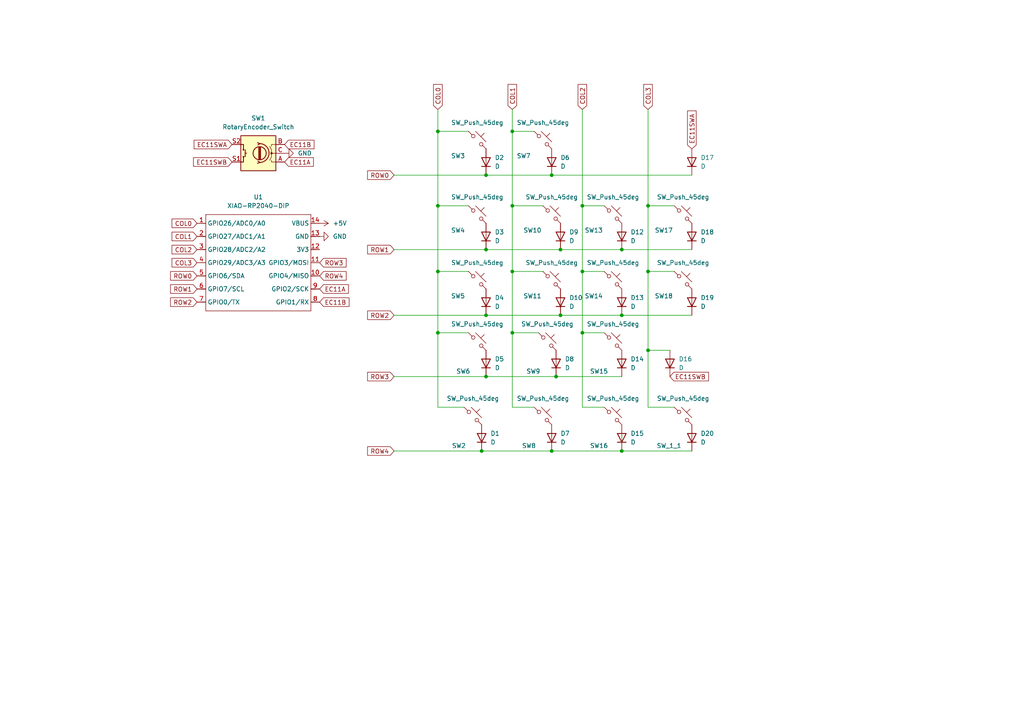
<source format=kicad_sch>
(kicad_sch
	(version 20250114)
	(generator "eeschema")
	(generator_version "9.0")
	(uuid "4b63c197-5326-4979-94ba-db92a4920c0d")
	(paper "A4")
	(lib_symbols
		(symbol "Device:D"
			(pin_numbers
				(hide yes)
			)
			(pin_names
				(offset 1.016)
				(hide yes)
			)
			(exclude_from_sim no)
			(in_bom yes)
			(on_board yes)
			(property "Reference" "D"
				(at 0 2.54 0)
				(effects
					(font
						(size 1.27 1.27)
					)
				)
			)
			(property "Value" "D"
				(at 0 -2.54 0)
				(effects
					(font
						(size 1.27 1.27)
					)
				)
			)
			(property "Footprint" ""
				(at 0 0 0)
				(effects
					(font
						(size 1.27 1.27)
					)
					(hide yes)
				)
			)
			(property "Datasheet" "~"
				(at 0 0 0)
				(effects
					(font
						(size 1.27 1.27)
					)
					(hide yes)
				)
			)
			(property "Description" "Diode"
				(at 0 0 0)
				(effects
					(font
						(size 1.27 1.27)
					)
					(hide yes)
				)
			)
			(property "Sim.Device" "D"
				(at 0 0 0)
				(effects
					(font
						(size 1.27 1.27)
					)
					(hide yes)
				)
			)
			(property "Sim.Pins" "1=K 2=A"
				(at 0 0 0)
				(effects
					(font
						(size 1.27 1.27)
					)
					(hide yes)
				)
			)
			(property "ki_keywords" "diode"
				(at 0 0 0)
				(effects
					(font
						(size 1.27 1.27)
					)
					(hide yes)
				)
			)
			(property "ki_fp_filters" "TO-???* *_Diode_* *SingleDiode* D_*"
				(at 0 0 0)
				(effects
					(font
						(size 1.27 1.27)
					)
					(hide yes)
				)
			)
			(symbol "D_0_1"
				(polyline
					(pts
						(xy -1.27 1.27) (xy -1.27 -1.27)
					)
					(stroke
						(width 0.254)
						(type default)
					)
					(fill
						(type none)
					)
				)
				(polyline
					(pts
						(xy 1.27 1.27) (xy 1.27 -1.27) (xy -1.27 0) (xy 1.27 1.27)
					)
					(stroke
						(width 0.254)
						(type default)
					)
					(fill
						(type none)
					)
				)
				(polyline
					(pts
						(xy 1.27 0) (xy -1.27 0)
					)
					(stroke
						(width 0)
						(type default)
					)
					(fill
						(type none)
					)
				)
			)
			(symbol "D_1_1"
				(pin passive line
					(at -3.81 0 0)
					(length 2.54)
					(name "K"
						(effects
							(font
								(size 1.27 1.27)
							)
						)
					)
					(number "1"
						(effects
							(font
								(size 1.27 1.27)
							)
						)
					)
				)
				(pin passive line
					(at 3.81 0 180)
					(length 2.54)
					(name "A"
						(effects
							(font
								(size 1.27 1.27)
							)
						)
					)
					(number "2"
						(effects
							(font
								(size 1.27 1.27)
							)
						)
					)
				)
			)
			(embedded_fonts no)
		)
		(symbol "Device:RotaryEncoder_Switch"
			(pin_names
				(offset 0.254)
				(hide yes)
			)
			(exclude_from_sim no)
			(in_bom yes)
			(on_board yes)
			(property "Reference" "SW"
				(at 0 6.604 0)
				(effects
					(font
						(size 1.27 1.27)
					)
				)
			)
			(property "Value" "RotaryEncoder_Switch"
				(at 0 -6.604 0)
				(effects
					(font
						(size 1.27 1.27)
					)
				)
			)
			(property "Footprint" ""
				(at -3.81 4.064 0)
				(effects
					(font
						(size 1.27 1.27)
					)
					(hide yes)
				)
			)
			(property "Datasheet" "~"
				(at 0 6.604 0)
				(effects
					(font
						(size 1.27 1.27)
					)
					(hide yes)
				)
			)
			(property "Description" "Rotary encoder, dual channel, incremental quadrate outputs, with switch"
				(at 0 0 0)
				(effects
					(font
						(size 1.27 1.27)
					)
					(hide yes)
				)
			)
			(property "ki_keywords" "rotary switch encoder switch push button"
				(at 0 0 0)
				(effects
					(font
						(size 1.27 1.27)
					)
					(hide yes)
				)
			)
			(property "ki_fp_filters" "RotaryEncoder*Switch*"
				(at 0 0 0)
				(effects
					(font
						(size 1.27 1.27)
					)
					(hide yes)
				)
			)
			(symbol "RotaryEncoder_Switch_0_1"
				(rectangle
					(start -5.08 5.08)
					(end 5.08 -5.08)
					(stroke
						(width 0.254)
						(type default)
					)
					(fill
						(type background)
					)
				)
				(polyline
					(pts
						(xy -5.08 2.54) (xy -3.81 2.54) (xy -3.81 2.032)
					)
					(stroke
						(width 0)
						(type default)
					)
					(fill
						(type none)
					)
				)
				(polyline
					(pts
						(xy -5.08 0) (xy -3.81 0) (xy -3.81 -1.016) (xy -3.302 -2.032)
					)
					(stroke
						(width 0)
						(type default)
					)
					(fill
						(type none)
					)
				)
				(polyline
					(pts
						(xy -5.08 -2.54) (xy -3.81 -2.54) (xy -3.81 -2.032)
					)
					(stroke
						(width 0)
						(type default)
					)
					(fill
						(type none)
					)
				)
				(polyline
					(pts
						(xy -4.318 0) (xy -3.81 0) (xy -3.81 1.016) (xy -3.302 2.032)
					)
					(stroke
						(width 0)
						(type default)
					)
					(fill
						(type none)
					)
				)
				(circle
					(center -3.81 0)
					(radius 0.254)
					(stroke
						(width 0)
						(type default)
					)
					(fill
						(type outline)
					)
				)
				(polyline
					(pts
						(xy -0.635 -1.778) (xy -0.635 1.778)
					)
					(stroke
						(width 0.254)
						(type default)
					)
					(fill
						(type none)
					)
				)
				(circle
					(center -0.381 0)
					(radius 1.905)
					(stroke
						(width 0.254)
						(type default)
					)
					(fill
						(type none)
					)
				)
				(polyline
					(pts
						(xy -0.381 -1.778) (xy -0.381 1.778)
					)
					(stroke
						(width 0.254)
						(type default)
					)
					(fill
						(type none)
					)
				)
				(arc
					(start -0.381 -2.794)
					(mid -3.0988 -0.0635)
					(end -0.381 2.667)
					(stroke
						(width 0.254)
						(type default)
					)
					(fill
						(type none)
					)
				)
				(polyline
					(pts
						(xy -0.127 1.778) (xy -0.127 -1.778)
					)
					(stroke
						(width 0.254)
						(type default)
					)
					(fill
						(type none)
					)
				)
				(polyline
					(pts
						(xy 0.254 2.921) (xy -0.508 2.667) (xy 0.127 2.286)
					)
					(stroke
						(width 0.254)
						(type default)
					)
					(fill
						(type none)
					)
				)
				(polyline
					(pts
						(xy 0.254 -3.048) (xy -0.508 -2.794) (xy 0.127 -2.413)
					)
					(stroke
						(width 0.254)
						(type default)
					)
					(fill
						(type none)
					)
				)
				(polyline
					(pts
						(xy 3.81 1.016) (xy 3.81 -1.016)
					)
					(stroke
						(width 0.254)
						(type default)
					)
					(fill
						(type none)
					)
				)
				(polyline
					(pts
						(xy 3.81 0) (xy 3.429 0)
					)
					(stroke
						(width 0.254)
						(type default)
					)
					(fill
						(type none)
					)
				)
				(circle
					(center 4.318 1.016)
					(radius 0.127)
					(stroke
						(width 0.254)
						(type default)
					)
					(fill
						(type none)
					)
				)
				(circle
					(center 4.318 -1.016)
					(radius 0.127)
					(stroke
						(width 0.254)
						(type default)
					)
					(fill
						(type none)
					)
				)
				(polyline
					(pts
						(xy 5.08 2.54) (xy 4.318 2.54) (xy 4.318 1.016)
					)
					(stroke
						(width 0.254)
						(type default)
					)
					(fill
						(type none)
					)
				)
				(polyline
					(pts
						(xy 5.08 -2.54) (xy 4.318 -2.54) (xy 4.318 -1.016)
					)
					(stroke
						(width 0.254)
						(type default)
					)
					(fill
						(type none)
					)
				)
			)
			(symbol "RotaryEncoder_Switch_1_1"
				(pin passive line
					(at -7.62 2.54 0)
					(length 2.54)
					(name "A"
						(effects
							(font
								(size 1.27 1.27)
							)
						)
					)
					(number "A"
						(effects
							(font
								(size 1.27 1.27)
							)
						)
					)
				)
				(pin passive line
					(at -7.62 0 0)
					(length 2.54)
					(name "C"
						(effects
							(font
								(size 1.27 1.27)
							)
						)
					)
					(number "C"
						(effects
							(font
								(size 1.27 1.27)
							)
						)
					)
				)
				(pin passive line
					(at -7.62 -2.54 0)
					(length 2.54)
					(name "B"
						(effects
							(font
								(size 1.27 1.27)
							)
						)
					)
					(number "B"
						(effects
							(font
								(size 1.27 1.27)
							)
						)
					)
				)
				(pin passive line
					(at 7.62 2.54 180)
					(length 2.54)
					(name "S1"
						(effects
							(font
								(size 1.27 1.27)
							)
						)
					)
					(number "S1"
						(effects
							(font
								(size 1.27 1.27)
							)
						)
					)
				)
				(pin passive line
					(at 7.62 -2.54 180)
					(length 2.54)
					(name "S2"
						(effects
							(font
								(size 1.27 1.27)
							)
						)
					)
					(number "S2"
						(effects
							(font
								(size 1.27 1.27)
							)
						)
					)
				)
			)
			(embedded_fonts no)
		)
		(symbol "OPL:XIAO-RP2040-DIP"
			(exclude_from_sim no)
			(in_bom yes)
			(on_board yes)
			(property "Reference" "U"
				(at 0 0 0)
				(effects
					(font
						(size 1.27 1.27)
					)
				)
			)
			(property "Value" "XIAO-RP2040-DIP"
				(at 5.334 -1.778 0)
				(effects
					(font
						(size 1.27 1.27)
					)
				)
			)
			(property "Footprint" "Module:MOUDLE14P-XIAO-DIP-SMD"
				(at 14.478 -32.258 0)
				(effects
					(font
						(size 1.27 1.27)
					)
					(hide yes)
				)
			)
			(property "Datasheet" ""
				(at 0 0 0)
				(effects
					(font
						(size 1.27 1.27)
					)
					(hide yes)
				)
			)
			(property "Description" ""
				(at 0 0 0)
				(effects
					(font
						(size 1.27 1.27)
					)
					(hide yes)
				)
			)
			(symbol "XIAO-RP2040-DIP_1_0"
				(polyline
					(pts
						(xy -1.27 -2.54) (xy 29.21 -2.54)
					)
					(stroke
						(width 0.1524)
						(type solid)
					)
					(fill
						(type none)
					)
				)
				(polyline
					(pts
						(xy -1.27 -5.08) (xy -2.54 -5.08)
					)
					(stroke
						(width 0.1524)
						(type solid)
					)
					(fill
						(type none)
					)
				)
				(polyline
					(pts
						(xy -1.27 -5.08) (xy -1.27 -2.54)
					)
					(stroke
						(width 0.1524)
						(type solid)
					)
					(fill
						(type none)
					)
				)
				(polyline
					(pts
						(xy -1.27 -8.89) (xy -2.54 -8.89)
					)
					(stroke
						(width 0.1524)
						(type solid)
					)
					(fill
						(type none)
					)
				)
				(polyline
					(pts
						(xy -1.27 -8.89) (xy -1.27 -5.08)
					)
					(stroke
						(width 0.1524)
						(type solid)
					)
					(fill
						(type none)
					)
				)
				(polyline
					(pts
						(xy -1.27 -12.7) (xy -2.54 -12.7)
					)
					(stroke
						(width 0.1524)
						(type solid)
					)
					(fill
						(type none)
					)
				)
				(polyline
					(pts
						(xy -1.27 -12.7) (xy -1.27 -8.89)
					)
					(stroke
						(width 0.1524)
						(type solid)
					)
					(fill
						(type none)
					)
				)
				(polyline
					(pts
						(xy -1.27 -16.51) (xy -2.54 -16.51)
					)
					(stroke
						(width 0.1524)
						(type solid)
					)
					(fill
						(type none)
					)
				)
				(polyline
					(pts
						(xy -1.27 -16.51) (xy -1.27 -12.7)
					)
					(stroke
						(width 0.1524)
						(type solid)
					)
					(fill
						(type none)
					)
				)
				(polyline
					(pts
						(xy -1.27 -20.32) (xy -2.54 -20.32)
					)
					(stroke
						(width 0.1524)
						(type solid)
					)
					(fill
						(type none)
					)
				)
				(polyline
					(pts
						(xy -1.27 -24.13) (xy -2.54 -24.13)
					)
					(stroke
						(width 0.1524)
						(type solid)
					)
					(fill
						(type none)
					)
				)
				(polyline
					(pts
						(xy -1.27 -27.94) (xy -2.54 -27.94)
					)
					(stroke
						(width 0.1524)
						(type solid)
					)
					(fill
						(type none)
					)
				)
				(polyline
					(pts
						(xy -1.27 -30.48) (xy -1.27 -16.51)
					)
					(stroke
						(width 0.1524)
						(type solid)
					)
					(fill
						(type none)
					)
				)
				(polyline
					(pts
						(xy 29.21 -2.54) (xy 29.21 -5.08)
					)
					(stroke
						(width 0.1524)
						(type solid)
					)
					(fill
						(type none)
					)
				)
				(polyline
					(pts
						(xy 29.21 -5.08) (xy 29.21 -8.89)
					)
					(stroke
						(width 0.1524)
						(type solid)
					)
					(fill
						(type none)
					)
				)
				(polyline
					(pts
						(xy 29.21 -8.89) (xy 29.21 -12.7)
					)
					(stroke
						(width 0.1524)
						(type solid)
					)
					(fill
						(type none)
					)
				)
				(polyline
					(pts
						(xy 29.21 -12.7) (xy 29.21 -30.48)
					)
					(stroke
						(width 0.1524)
						(type solid)
					)
					(fill
						(type none)
					)
				)
				(polyline
					(pts
						(xy 29.21 -30.48) (xy -1.27 -30.48)
					)
					(stroke
						(width 0.1524)
						(type solid)
					)
					(fill
						(type none)
					)
				)
				(polyline
					(pts
						(xy 30.48 -5.08) (xy 29.21 -5.08)
					)
					(stroke
						(width 0.1524)
						(type solid)
					)
					(fill
						(type none)
					)
				)
				(polyline
					(pts
						(xy 30.48 -8.89) (xy 29.21 -8.89)
					)
					(stroke
						(width 0.1524)
						(type solid)
					)
					(fill
						(type none)
					)
				)
				(polyline
					(pts
						(xy 30.48 -12.7) (xy 29.21 -12.7)
					)
					(stroke
						(width 0.1524)
						(type solid)
					)
					(fill
						(type none)
					)
				)
				(polyline
					(pts
						(xy 30.48 -16.51) (xy 29.21 -16.51)
					)
					(stroke
						(width 0.1524)
						(type solid)
					)
					(fill
						(type none)
					)
				)
				(polyline
					(pts
						(xy 30.48 -20.32) (xy 29.21 -20.32)
					)
					(stroke
						(width 0.1524)
						(type solid)
					)
					(fill
						(type none)
					)
				)
				(polyline
					(pts
						(xy 30.48 -24.13) (xy 29.21 -24.13)
					)
					(stroke
						(width 0.1524)
						(type solid)
					)
					(fill
						(type none)
					)
				)
				(polyline
					(pts
						(xy 30.48 -27.94) (xy 29.21 -27.94)
					)
					(stroke
						(width 0.1524)
						(type solid)
					)
					(fill
						(type none)
					)
				)
				(pin passive line
					(at -3.81 -5.08 0)
					(length 2.54)
					(name "GPIO26/ADC0/A0"
						(effects
							(font
								(size 1.27 1.27)
							)
						)
					)
					(number "1"
						(effects
							(font
								(size 1.27 1.27)
							)
						)
					)
				)
				(pin passive line
					(at -3.81 -8.89 0)
					(length 2.54)
					(name "GPIO27/ADC1/A1"
						(effects
							(font
								(size 1.27 1.27)
							)
						)
					)
					(number "2"
						(effects
							(font
								(size 1.27 1.27)
							)
						)
					)
				)
				(pin passive line
					(at -3.81 -12.7 0)
					(length 2.54)
					(name "GPIO28/ADC2/A2"
						(effects
							(font
								(size 1.27 1.27)
							)
						)
					)
					(number "3"
						(effects
							(font
								(size 1.27 1.27)
							)
						)
					)
				)
				(pin passive line
					(at -3.81 -16.51 0)
					(length 2.54)
					(name "GPIO29/ADC3/A3"
						(effects
							(font
								(size 1.27 1.27)
							)
						)
					)
					(number "4"
						(effects
							(font
								(size 1.27 1.27)
							)
						)
					)
				)
				(pin passive line
					(at -3.81 -20.32 0)
					(length 2.54)
					(name "GPIO6/SDA"
						(effects
							(font
								(size 1.27 1.27)
							)
						)
					)
					(number "5"
						(effects
							(font
								(size 1.27 1.27)
							)
						)
					)
				)
				(pin passive line
					(at -3.81 -24.13 0)
					(length 2.54)
					(name "GPIO7/SCL"
						(effects
							(font
								(size 1.27 1.27)
							)
						)
					)
					(number "6"
						(effects
							(font
								(size 1.27 1.27)
							)
						)
					)
				)
				(pin passive line
					(at -3.81 -27.94 0)
					(length 2.54)
					(name "GPIO0/TX"
						(effects
							(font
								(size 1.27 1.27)
							)
						)
					)
					(number "7"
						(effects
							(font
								(size 1.27 1.27)
							)
						)
					)
				)
				(pin passive line
					(at 31.75 -5.08 180)
					(length 2.54)
					(name "VBUS"
						(effects
							(font
								(size 1.27 1.27)
							)
						)
					)
					(number "14"
						(effects
							(font
								(size 1.27 1.27)
							)
						)
					)
				)
				(pin passive line
					(at 31.75 -8.89 180)
					(length 2.54)
					(name "GND"
						(effects
							(font
								(size 1.27 1.27)
							)
						)
					)
					(number "13"
						(effects
							(font
								(size 1.27 1.27)
							)
						)
					)
				)
				(pin passive line
					(at 31.75 -12.7 180)
					(length 2.54)
					(name "3V3"
						(effects
							(font
								(size 1.27 1.27)
							)
						)
					)
					(number "12"
						(effects
							(font
								(size 1.27 1.27)
							)
						)
					)
				)
				(pin passive line
					(at 31.75 -16.51 180)
					(length 2.54)
					(name "GPIO3/MOSI"
						(effects
							(font
								(size 1.27 1.27)
							)
						)
					)
					(number "11"
						(effects
							(font
								(size 1.27 1.27)
							)
						)
					)
				)
				(pin passive line
					(at 31.75 -20.32 180)
					(length 2.54)
					(name "GPIO4/MISO"
						(effects
							(font
								(size 1.27 1.27)
							)
						)
					)
					(number "10"
						(effects
							(font
								(size 1.27 1.27)
							)
						)
					)
				)
				(pin passive line
					(at 31.75 -24.13 180)
					(length 2.54)
					(name "GPIO2/SCK"
						(effects
							(font
								(size 1.27 1.27)
							)
						)
					)
					(number "9"
						(effects
							(font
								(size 1.27 1.27)
							)
						)
					)
				)
				(pin passive line
					(at 31.75 -27.94 180)
					(length 2.54)
					(name "GPIO1/RX"
						(effects
							(font
								(size 1.27 1.27)
							)
						)
					)
					(number "8"
						(effects
							(font
								(size 1.27 1.27)
							)
						)
					)
				)
			)
			(embedded_fonts no)
		)
		(symbol "Switch:SW_Push_45deg"
			(pin_numbers
				(hide yes)
			)
			(pin_names
				(offset 1.016)
				(hide yes)
			)
			(exclude_from_sim no)
			(in_bom yes)
			(on_board yes)
			(property "Reference" "SW"
				(at 3.048 1.016 0)
				(effects
					(font
						(size 1.27 1.27)
					)
					(justify left)
				)
			)
			(property "Value" "SW_Push_45deg"
				(at 0 -3.81 0)
				(effects
					(font
						(size 1.27 1.27)
					)
				)
			)
			(property "Footprint" ""
				(at 0 0 0)
				(effects
					(font
						(size 1.27 1.27)
					)
					(hide yes)
				)
			)
			(property "Datasheet" "~"
				(at 0 0 0)
				(effects
					(font
						(size 1.27 1.27)
					)
					(hide yes)
				)
			)
			(property "Description" "Push button switch, normally open, two pins, 45° tilted"
				(at 0 0 0)
				(effects
					(font
						(size 1.27 1.27)
					)
					(hide yes)
				)
			)
			(property "ki_keywords" "switch normally-open pushbutton push-button"
				(at 0 0 0)
				(effects
					(font
						(size 1.27 1.27)
					)
					(hide yes)
				)
			)
			(symbol "SW_Push_45deg_0_1"
				(polyline
					(pts
						(xy -2.54 2.54) (xy -1.524 1.524) (xy -1.524 1.524)
					)
					(stroke
						(width 0)
						(type default)
					)
					(fill
						(type none)
					)
				)
				(circle
					(center -1.1684 1.1684)
					(radius 0.508)
					(stroke
						(width 0)
						(type default)
					)
					(fill
						(type none)
					)
				)
				(polyline
					(pts
						(xy -0.508 2.54) (xy 2.54 -0.508)
					)
					(stroke
						(width 0)
						(type default)
					)
					(fill
						(type none)
					)
				)
				(polyline
					(pts
						(xy 1.016 1.016) (xy 2.032 2.032)
					)
					(stroke
						(width 0)
						(type default)
					)
					(fill
						(type none)
					)
				)
				(circle
					(center 1.143 -1.1938)
					(radius 0.508)
					(stroke
						(width 0)
						(type default)
					)
					(fill
						(type none)
					)
				)
				(polyline
					(pts
						(xy 1.524 -1.524) (xy 2.54 -2.54) (xy 2.54 -2.54) (xy 2.54 -2.54)
					)
					(stroke
						(width 0)
						(type default)
					)
					(fill
						(type none)
					)
				)
				(pin passive line
					(at -2.54 2.54 0)
					(length 0)
					(name "1"
						(effects
							(font
								(size 1.27 1.27)
							)
						)
					)
					(number "1"
						(effects
							(font
								(size 1.27 1.27)
							)
						)
					)
				)
				(pin passive line
					(at 2.54 -2.54 180)
					(length 0)
					(name "2"
						(effects
							(font
								(size 1.27 1.27)
							)
						)
					)
					(number "2"
						(effects
							(font
								(size 1.27 1.27)
							)
						)
					)
				)
			)
			(embedded_fonts no)
		)
		(symbol "power:+5V"
			(power)
			(pin_numbers
				(hide yes)
			)
			(pin_names
				(offset 0)
				(hide yes)
			)
			(exclude_from_sim no)
			(in_bom yes)
			(on_board yes)
			(property "Reference" "#PWR"
				(at 0 -3.81 0)
				(effects
					(font
						(size 1.27 1.27)
					)
					(hide yes)
				)
			)
			(property "Value" "+5V"
				(at 0 3.556 0)
				(effects
					(font
						(size 1.27 1.27)
					)
				)
			)
			(property "Footprint" ""
				(at 0 0 0)
				(effects
					(font
						(size 1.27 1.27)
					)
					(hide yes)
				)
			)
			(property "Datasheet" ""
				(at 0 0 0)
				(effects
					(font
						(size 1.27 1.27)
					)
					(hide yes)
				)
			)
			(property "Description" "Power symbol creates a global label with name \"+5V\""
				(at 0 0 0)
				(effects
					(font
						(size 1.27 1.27)
					)
					(hide yes)
				)
			)
			(property "ki_keywords" "global power"
				(at 0 0 0)
				(effects
					(font
						(size 1.27 1.27)
					)
					(hide yes)
				)
			)
			(symbol "+5V_0_1"
				(polyline
					(pts
						(xy -0.762 1.27) (xy 0 2.54)
					)
					(stroke
						(width 0)
						(type default)
					)
					(fill
						(type none)
					)
				)
				(polyline
					(pts
						(xy 0 2.54) (xy 0.762 1.27)
					)
					(stroke
						(width 0)
						(type default)
					)
					(fill
						(type none)
					)
				)
				(polyline
					(pts
						(xy 0 0) (xy 0 2.54)
					)
					(stroke
						(width 0)
						(type default)
					)
					(fill
						(type none)
					)
				)
			)
			(symbol "+5V_1_1"
				(pin power_in line
					(at 0 0 90)
					(length 0)
					(name "~"
						(effects
							(font
								(size 1.27 1.27)
							)
						)
					)
					(number "1"
						(effects
							(font
								(size 1.27 1.27)
							)
						)
					)
				)
			)
			(embedded_fonts no)
		)
		(symbol "power:GND"
			(power)
			(pin_numbers
				(hide yes)
			)
			(pin_names
				(offset 0)
				(hide yes)
			)
			(exclude_from_sim no)
			(in_bom yes)
			(on_board yes)
			(property "Reference" "#PWR"
				(at 0 -6.35 0)
				(effects
					(font
						(size 1.27 1.27)
					)
					(hide yes)
				)
			)
			(property "Value" "GND"
				(at 0 -3.81 0)
				(effects
					(font
						(size 1.27 1.27)
					)
				)
			)
			(property "Footprint" ""
				(at 0 0 0)
				(effects
					(font
						(size 1.27 1.27)
					)
					(hide yes)
				)
			)
			(property "Datasheet" ""
				(at 0 0 0)
				(effects
					(font
						(size 1.27 1.27)
					)
					(hide yes)
				)
			)
			(property "Description" "Power symbol creates a global label with name \"GND\" , ground"
				(at 0 0 0)
				(effects
					(font
						(size 1.27 1.27)
					)
					(hide yes)
				)
			)
			(property "ki_keywords" "global power"
				(at 0 0 0)
				(effects
					(font
						(size 1.27 1.27)
					)
					(hide yes)
				)
			)
			(symbol "GND_0_1"
				(polyline
					(pts
						(xy 0 0) (xy 0 -1.27) (xy 1.27 -1.27) (xy 0 -2.54) (xy -1.27 -1.27) (xy 0 -1.27)
					)
					(stroke
						(width 0)
						(type default)
					)
					(fill
						(type none)
					)
				)
			)
			(symbol "GND_1_1"
				(pin power_in line
					(at 0 0 270)
					(length 0)
					(name "~"
						(effects
							(font
								(size 1.27 1.27)
							)
						)
					)
					(number "1"
						(effects
							(font
								(size 1.27 1.27)
							)
						)
					)
				)
			)
			(embedded_fonts no)
		)
	)
	(junction
		(at 187.96 101.6)
		(diameter 0)
		(color 0 0 0 0)
		(uuid "02e860a2-e1b0-44ad-a58b-99343fef43dc")
	)
	(junction
		(at 148.59 96.52)
		(diameter 0)
		(color 0 0 0 0)
		(uuid "28905c95-d0ea-4250-ab11-351efce885aa")
	)
	(junction
		(at 140.97 91.44)
		(diameter 0)
		(color 0 0 0 0)
		(uuid "33bae082-ea48-4dd5-af32-3c2838a27338")
	)
	(junction
		(at 160.02 130.81)
		(diameter 0)
		(color 0 0 0 0)
		(uuid "3a0ea5f4-b446-4466-9962-d8508d51ef1e")
	)
	(junction
		(at 148.59 38.1)
		(diameter 0)
		(color 0 0 0 0)
		(uuid "49e12a5c-6735-46af-ad9a-1eebb1bcec9d")
	)
	(junction
		(at 127 38.1)
		(diameter 0)
		(color 0 0 0 0)
		(uuid "4af149bd-e807-43c6-9e35-3b6801f8913f")
	)
	(junction
		(at 161.29 109.22)
		(diameter 0)
		(color 0 0 0 0)
		(uuid "4bb49878-6b01-4486-b1eb-93ea93440733")
	)
	(junction
		(at 162.56 72.39)
		(diameter 0)
		(color 0 0 0 0)
		(uuid "4f3698be-b753-499f-8913-0b291cf378aa")
	)
	(junction
		(at 187.96 59.69)
		(diameter 0)
		(color 0 0 0 0)
		(uuid "649f72a6-0a35-4fa1-a3b5-64940f24fd2c")
	)
	(junction
		(at 140.97 50.8)
		(diameter 0)
		(color 0 0 0 0)
		(uuid "70370b9c-39da-4e5a-9f0f-25e2a882030e")
	)
	(junction
		(at 127 96.52)
		(diameter 0)
		(color 0 0 0 0)
		(uuid "70853c99-784c-4dec-8fd1-4a43cfec6d9f")
	)
	(junction
		(at 180.34 130.81)
		(diameter 0)
		(color 0 0 0 0)
		(uuid "73b031b0-ef9d-4041-ae94-de70a281b03f")
	)
	(junction
		(at 180.34 91.44)
		(diameter 0)
		(color 0 0 0 0)
		(uuid "7545d74f-debd-4443-a37a-b5803565d819")
	)
	(junction
		(at 140.97 72.39)
		(diameter 0)
		(color 0 0 0 0)
		(uuid "88558f22-a5c7-44c4-a16c-07f27ad0b5f1")
	)
	(junction
		(at 187.96 78.74)
		(diameter 0)
		(color 0 0 0 0)
		(uuid "8c8e589a-6175-46ec-9fb0-3124a63392db")
	)
	(junction
		(at 168.91 59.69)
		(diameter 0)
		(color 0 0 0 0)
		(uuid "a0ed8d12-026a-45e7-9a1d-712b43c500c9")
	)
	(junction
		(at 139.7 130.81)
		(diameter 0)
		(color 0 0 0 0)
		(uuid "b824cb81-c378-4cad-83b6-da373d6afb38")
	)
	(junction
		(at 148.59 59.69)
		(diameter 0)
		(color 0 0 0 0)
		(uuid "c3e3bc36-d87b-4a5f-8a35-cf8ad1dd36ba")
	)
	(junction
		(at 180.34 72.39)
		(diameter 0)
		(color 0 0 0 0)
		(uuid "cdb6c955-d287-4d26-b115-a9d4365b6ee4")
	)
	(junction
		(at 160.02 50.8)
		(diameter 0)
		(color 0 0 0 0)
		(uuid "d1424e19-db7d-436c-be67-ffdb197fa69b")
	)
	(junction
		(at 168.91 78.74)
		(diameter 0)
		(color 0 0 0 0)
		(uuid "d155e442-2bdd-4111-bf36-d7b12c83fa6f")
	)
	(junction
		(at 140.97 109.22)
		(diameter 0)
		(color 0 0 0 0)
		(uuid "da0daf56-117c-4b20-ae9b-6f2ba5110f27")
	)
	(junction
		(at 162.56 91.44)
		(diameter 0)
		(color 0 0 0 0)
		(uuid "dde6dab3-44a9-4e0f-96aa-ff0ff0b5ac28")
	)
	(junction
		(at 168.91 96.52)
		(diameter 0)
		(color 0 0 0 0)
		(uuid "e2281b08-7afa-4892-a58f-e204459578c0")
	)
	(junction
		(at 148.59 78.74)
		(diameter 0)
		(color 0 0 0 0)
		(uuid "e547b014-4753-4699-967a-48642a259198")
	)
	(junction
		(at 127 59.69)
		(diameter 0)
		(color 0 0 0 0)
		(uuid "f4d06097-eabc-4e14-8bdc-d1bcc24c2090")
	)
	(junction
		(at 127 78.74)
		(diameter 0)
		(color 0 0 0 0)
		(uuid "faafd64e-bbfe-4df6-beea-9f64e5d36c7d")
	)
	(wire
		(pts
			(xy 114.3 109.22) (xy 140.97 109.22)
		)
		(stroke
			(width 0)
			(type default)
		)
		(uuid "00c804ff-e744-43d6-b0de-625571ac3229")
	)
	(wire
		(pts
			(xy 168.91 31.75) (xy 168.91 59.69)
		)
		(stroke
			(width 0)
			(type default)
		)
		(uuid "0ed0414a-107b-42c0-9337-6803f33d2441")
	)
	(wire
		(pts
			(xy 127 38.1) (xy 127 59.69)
		)
		(stroke
			(width 0)
			(type default)
		)
		(uuid "11ffff77-089f-46b8-b262-79e5915a55fd")
	)
	(wire
		(pts
			(xy 161.29 109.22) (xy 180.34 109.22)
		)
		(stroke
			(width 0)
			(type default)
		)
		(uuid "1a7ddbc6-a150-4a8b-924f-2cb3cc85c8ce")
	)
	(wire
		(pts
			(xy 127 78.74) (xy 127 96.52)
		)
		(stroke
			(width 0)
			(type default)
		)
		(uuid "23a176ff-b48a-4346-aaa2-2c960252bb50")
	)
	(wire
		(pts
			(xy 140.97 109.22) (xy 161.29 109.22)
		)
		(stroke
			(width 0)
			(type default)
		)
		(uuid "28af2bc7-b1e5-453f-9057-49ed375d6b06")
	)
	(wire
		(pts
			(xy 187.96 78.74) (xy 187.96 101.6)
		)
		(stroke
			(width 0)
			(type default)
		)
		(uuid "2a87d9e7-0e46-4f42-8499-1e0a9764b162")
	)
	(wire
		(pts
			(xy 140.97 91.44) (xy 162.56 91.44)
		)
		(stroke
			(width 0)
			(type default)
		)
		(uuid "368e71a2-c84e-493a-82c5-d0a8526ea7c3")
	)
	(wire
		(pts
			(xy 187.96 31.75) (xy 187.96 59.69)
		)
		(stroke
			(width 0)
			(type default)
		)
		(uuid "3cc6b94e-71c3-4ff5-a05d-4d60cdff9e1d")
	)
	(wire
		(pts
			(xy 127 59.69) (xy 135.89 59.69)
		)
		(stroke
			(width 0)
			(type default)
		)
		(uuid "3da1733f-e1f2-4104-abd1-8fc5e9c1e7b9")
	)
	(wire
		(pts
			(xy 148.59 118.11) (xy 154.94 118.11)
		)
		(stroke
			(width 0)
			(type default)
		)
		(uuid "3ff60a3c-2cd2-462f-a041-59f1a2f4106f")
	)
	(wire
		(pts
			(xy 160.02 50.8) (xy 200.66 50.8)
		)
		(stroke
			(width 0)
			(type default)
		)
		(uuid "43e5936e-34d1-4cd7-b0d1-35cf4b9b353e")
	)
	(wire
		(pts
			(xy 114.3 72.39) (xy 140.97 72.39)
		)
		(stroke
			(width 0)
			(type default)
		)
		(uuid "457da703-9542-4994-a9a4-b53f0c146527")
	)
	(wire
		(pts
			(xy 148.59 38.1) (xy 148.59 59.69)
		)
		(stroke
			(width 0)
			(type default)
		)
		(uuid "463de072-4034-479a-9367-d1957a0b6319")
	)
	(wire
		(pts
			(xy 148.59 38.1) (xy 154.94 38.1)
		)
		(stroke
			(width 0)
			(type default)
		)
		(uuid "469d971b-80a1-4c13-aeed-75bb3fba2407")
	)
	(wire
		(pts
			(xy 180.34 130.81) (xy 200.66 130.81)
		)
		(stroke
			(width 0)
			(type default)
		)
		(uuid "46d9cb3f-d1e2-4eb1-8bd5-5f04f52cf495")
	)
	(wire
		(pts
			(xy 168.91 96.52) (xy 175.26 96.52)
		)
		(stroke
			(width 0)
			(type default)
		)
		(uuid "4b0eef6e-1643-45ce-afd2-796a772dff44")
	)
	(wire
		(pts
			(xy 148.59 96.52) (xy 156.21 96.52)
		)
		(stroke
			(width 0)
			(type default)
		)
		(uuid "4e209e5d-16bd-49db-95a6-e9e332cc0258")
	)
	(wire
		(pts
			(xy 180.34 91.44) (xy 200.66 91.44)
		)
		(stroke
			(width 0)
			(type default)
		)
		(uuid "516ff124-247f-45d0-b079-59dd97b9d017")
	)
	(wire
		(pts
			(xy 187.96 59.69) (xy 195.58 59.69)
		)
		(stroke
			(width 0)
			(type default)
		)
		(uuid "5590e9e6-e21d-4c41-8f12-bef3c87296f5")
	)
	(wire
		(pts
			(xy 114.3 50.8) (xy 140.97 50.8)
		)
		(stroke
			(width 0)
			(type default)
		)
		(uuid "574b3ca6-8fda-4e61-b1e2-cc96b1682de7")
	)
	(wire
		(pts
			(xy 187.96 59.69) (xy 187.96 78.74)
		)
		(stroke
			(width 0)
			(type default)
		)
		(uuid "5b2e1826-3fba-493a-9a4e-552d178181e6")
	)
	(wire
		(pts
			(xy 127 78.74) (xy 135.89 78.74)
		)
		(stroke
			(width 0)
			(type default)
		)
		(uuid "5bc88c55-7a65-4fd7-97fb-11de43e03179")
	)
	(wire
		(pts
			(xy 162.56 72.39) (xy 180.34 72.39)
		)
		(stroke
			(width 0)
			(type default)
		)
		(uuid "6679988d-b0ef-4efb-859b-8994e6e3fa96")
	)
	(wire
		(pts
			(xy 195.58 118.11) (xy 187.96 118.11)
		)
		(stroke
			(width 0)
			(type default)
		)
		(uuid "68dea54e-1595-437a-bec6-237bfbb64fc1")
	)
	(wire
		(pts
			(xy 194.31 101.6) (xy 187.96 101.6)
		)
		(stroke
			(width 0)
			(type default)
		)
		(uuid "6d056552-ff9d-4a26-b76a-2ae6a3802332")
	)
	(wire
		(pts
			(xy 139.7 130.81) (xy 160.02 130.81)
		)
		(stroke
			(width 0)
			(type default)
		)
		(uuid "712d4617-ba10-4890-b498-bb8ac54568c0")
	)
	(wire
		(pts
			(xy 168.91 59.69) (xy 168.91 78.74)
		)
		(stroke
			(width 0)
			(type default)
		)
		(uuid "72fdbdf5-e7d8-415d-b862-da764662313d")
	)
	(wire
		(pts
			(xy 148.59 59.69) (xy 157.48 59.69)
		)
		(stroke
			(width 0)
			(type default)
		)
		(uuid "77675400-e7ee-4b80-9fd7-48ae08d083f0")
	)
	(wire
		(pts
			(xy 127 96.52) (xy 135.89 96.52)
		)
		(stroke
			(width 0)
			(type default)
		)
		(uuid "78e118c9-2f97-479f-83c5-b565fa6d64a0")
	)
	(wire
		(pts
			(xy 180.34 72.39) (xy 200.66 72.39)
		)
		(stroke
			(width 0)
			(type default)
		)
		(uuid "79a40ff5-8a17-407c-b306-c84698b9b7ad")
	)
	(wire
		(pts
			(xy 162.56 91.44) (xy 180.34 91.44)
		)
		(stroke
			(width 0)
			(type default)
		)
		(uuid "7e7e5a65-0c61-405b-82c7-ca3710eed508")
	)
	(wire
		(pts
			(xy 168.91 59.69) (xy 175.26 59.69)
		)
		(stroke
			(width 0)
			(type default)
		)
		(uuid "7fc9a1e6-643a-4598-b9c2-0ef184ca5439")
	)
	(wire
		(pts
			(xy 148.59 96.52) (xy 148.59 118.11)
		)
		(stroke
			(width 0)
			(type default)
		)
		(uuid "80264182-70a0-4e0c-a981-0f9417ae175a")
	)
	(wire
		(pts
			(xy 114.3 91.44) (xy 140.97 91.44)
		)
		(stroke
			(width 0)
			(type default)
		)
		(uuid "8593d87e-cda9-4b50-868e-8ccd6110f60c")
	)
	(wire
		(pts
			(xy 168.91 78.74) (xy 175.26 78.74)
		)
		(stroke
			(width 0)
			(type default)
		)
		(uuid "86063a4f-d621-4ed9-b9cb-88febca72dff")
	)
	(wire
		(pts
			(xy 148.59 78.74) (xy 157.48 78.74)
		)
		(stroke
			(width 0)
			(type default)
		)
		(uuid "934d7e40-165f-4081-8613-9b4c9712b800")
	)
	(wire
		(pts
			(xy 160.02 130.81) (xy 180.34 130.81)
		)
		(stroke
			(width 0)
			(type default)
		)
		(uuid "9500779e-38f5-47e2-bfb7-bf0886311669")
	)
	(wire
		(pts
			(xy 168.91 78.74) (xy 168.91 96.52)
		)
		(stroke
			(width 0)
			(type default)
		)
		(uuid "9cfae648-315c-40d0-bdda-669175412b77")
	)
	(wire
		(pts
			(xy 148.59 59.69) (xy 148.59 78.74)
		)
		(stroke
			(width 0)
			(type default)
		)
		(uuid "a571d1ae-91fa-4298-8411-eeca9431fa55")
	)
	(wire
		(pts
			(xy 127 59.69) (xy 127 78.74)
		)
		(stroke
			(width 0)
			(type default)
		)
		(uuid "a7163847-54e8-4de1-8d53-b60de166a9c2")
	)
	(wire
		(pts
			(xy 127 31.75) (xy 127 38.1)
		)
		(stroke
			(width 0)
			(type default)
		)
		(uuid "c1820e2b-6af2-4c66-82d2-49da93d66a96")
	)
	(wire
		(pts
			(xy 187.96 101.6) (xy 187.96 118.11)
		)
		(stroke
			(width 0)
			(type default)
		)
		(uuid "c9d50329-fd08-4e16-869a-5e84af95bbfd")
	)
	(wire
		(pts
			(xy 168.91 118.11) (xy 175.26 118.11)
		)
		(stroke
			(width 0)
			(type default)
		)
		(uuid "cdf69248-1972-43a9-aa1c-7391e53a5c4d")
	)
	(wire
		(pts
			(xy 187.96 78.74) (xy 195.58 78.74)
		)
		(stroke
			(width 0)
			(type default)
		)
		(uuid "cf0485fe-4fe1-40e0-aff7-61c700d05105")
	)
	(wire
		(pts
			(xy 148.59 78.74) (xy 148.59 96.52)
		)
		(stroke
			(width 0)
			(type default)
		)
		(uuid "cf9e052d-455f-4cfa-870b-b3bb34fa548e")
	)
	(wire
		(pts
			(xy 114.3 130.81) (xy 139.7 130.81)
		)
		(stroke
			(width 0)
			(type default)
		)
		(uuid "d27956a0-47c9-47eb-9fd6-1bb04e8c1491")
	)
	(wire
		(pts
			(xy 140.97 72.39) (xy 162.56 72.39)
		)
		(stroke
			(width 0)
			(type default)
		)
		(uuid "d2a3b1d6-cbb5-4e17-9f8b-b6e16982910d")
	)
	(wire
		(pts
			(xy 168.91 96.52) (xy 168.91 118.11)
		)
		(stroke
			(width 0)
			(type default)
		)
		(uuid "d65feac6-d2f0-4722-a309-1cd99309013b")
	)
	(wire
		(pts
			(xy 180.34 130.81) (xy 180.34 125.73)
		)
		(stroke
			(width 0)
			(type default)
		)
		(uuid "d952b1ac-83a0-4c86-a91f-ab2aad3d090a")
	)
	(wire
		(pts
			(xy 127 118.11) (xy 134.62 118.11)
		)
		(stroke
			(width 0)
			(type default)
		)
		(uuid "daa67772-60ca-4e5a-b2ff-4ce97ef67c32")
	)
	(wire
		(pts
			(xy 140.97 50.8) (xy 160.02 50.8)
		)
		(stroke
			(width 0)
			(type default)
		)
		(uuid "ee77b2fb-2b62-41e2-bdc1-c5df5d71ff2b")
	)
	(wire
		(pts
			(xy 135.89 38.1) (xy 127 38.1)
		)
		(stroke
			(width 0)
			(type default)
		)
		(uuid "eea9cfe1-48c7-4b2c-ace0-8b620235252a")
	)
	(wire
		(pts
			(xy 127 96.52) (xy 127 118.11)
		)
		(stroke
			(width 0)
			(type default)
		)
		(uuid "f9a9abed-d649-4904-83b7-4696975755bd")
	)
	(wire
		(pts
			(xy 148.59 31.75) (xy 148.59 38.1)
		)
		(stroke
			(width 0)
			(type default)
		)
		(uuid "fe923b7a-2493-4cdb-ae5a-bf0254f3fed9")
	)
	(global_label "COL3"
		(shape input)
		(at 187.96 31.75 90)
		(fields_autoplaced yes)
		(effects
			(font
				(size 1.27 1.27)
			)
			(justify left)
		)
		(uuid "093e4674-ce9a-41a3-803f-fc5859aeae3a")
		(property "Intersheetrefs" "${INTERSHEET_REFS}"
			(at 187.96 23.9267 90)
			(effects
				(font
					(size 1.27 1.27)
				)
				(justify left)
				(hide yes)
			)
		)
	)
	(global_label "ROW1"
		(shape input)
		(at 114.3 72.39 180)
		(fields_autoplaced yes)
		(effects
			(font
				(size 1.27 1.27)
			)
			(justify right)
		)
		(uuid "0bebfce7-8b8c-4550-b78a-fd0c5edee23a")
		(property "Intersheetrefs" "${INTERSHEET_REFS}"
			(at 106.0534 72.39 0)
			(effects
				(font
					(size 1.27 1.27)
				)
				(justify right)
				(hide yes)
			)
		)
	)
	(global_label "ROW1"
		(shape input)
		(at 57.15 83.82 180)
		(fields_autoplaced yes)
		(effects
			(font
				(size 1.27 1.27)
			)
			(justify right)
		)
		(uuid "123851e9-f614-4b8d-8d0f-94354ccad395")
		(property "Intersheetrefs" "${INTERSHEET_REFS}"
			(at 48.9034 83.82 0)
			(effects
				(font
					(size 1.27 1.27)
				)
				(justify right)
				(hide yes)
			)
		)
	)
	(global_label "ROW3"
		(shape input)
		(at 114.3 109.22 180)
		(fields_autoplaced yes)
		(effects
			(font
				(size 1.27 1.27)
			)
			(justify right)
		)
		(uuid "287a90ff-41ae-4677-8cbb-42398d20c21a")
		(property "Intersheetrefs" "${INTERSHEET_REFS}"
			(at 106.0534 109.22 0)
			(effects
				(font
					(size 1.27 1.27)
				)
				(justify right)
				(hide yes)
			)
		)
	)
	(global_label "EC11SWA"
		(shape input)
		(at 200.66 43.18 90)
		(fields_autoplaced yes)
		(effects
			(font
				(size 1.27 1.27)
			)
			(justify left)
		)
		(uuid "2fac7be2-49ea-44c6-bee8-c35e326c9eb8")
		(property "Intersheetrefs" "${INTERSHEET_REFS}"
			(at 200.66 31.6073 90)
			(effects
				(font
					(size 1.27 1.27)
				)
				(justify left)
				(hide yes)
			)
		)
	)
	(global_label "COL1"
		(shape input)
		(at 57.15 68.58 180)
		(fields_autoplaced yes)
		(effects
			(font
				(size 1.27 1.27)
			)
			(justify right)
		)
		(uuid "3b4b63da-3f63-440e-911d-666bfb473632")
		(property "Intersheetrefs" "${INTERSHEET_REFS}"
			(at 49.3267 68.58 0)
			(effects
				(font
					(size 1.27 1.27)
				)
				(justify right)
				(hide yes)
			)
		)
	)
	(global_label "COL0"
		(shape input)
		(at 127 31.75 90)
		(fields_autoplaced yes)
		(effects
			(font
				(size 1.27 1.27)
			)
			(justify left)
		)
		(uuid "44e9a9f1-8930-4241-8204-eb56b3ccbdc1")
		(property "Intersheetrefs" "${INTERSHEET_REFS}"
			(at 127 23.9267 90)
			(effects
				(font
					(size 1.27 1.27)
				)
				(justify left)
				(hide yes)
			)
		)
	)
	(global_label "COL2"
		(shape input)
		(at 57.15 72.39 180)
		(fields_autoplaced yes)
		(effects
			(font
				(size 1.27 1.27)
			)
			(justify right)
		)
		(uuid "468ef72b-1f06-4610-ac76-1bfd0c43d427")
		(property "Intersheetrefs" "${INTERSHEET_REFS}"
			(at 49.3267 72.39 0)
			(effects
				(font
					(size 1.27 1.27)
				)
				(justify right)
				(hide yes)
			)
		)
	)
	(global_label "COL1"
		(shape input)
		(at 148.59 31.75 90)
		(fields_autoplaced yes)
		(effects
			(font
				(size 1.27 1.27)
			)
			(justify left)
		)
		(uuid "4db820fc-8d0d-44f1-ad96-1f443b252455")
		(property "Intersheetrefs" "${INTERSHEET_REFS}"
			(at 148.59 23.9267 90)
			(effects
				(font
					(size 1.27 1.27)
				)
				(justify left)
				(hide yes)
			)
		)
	)
	(global_label "EC11B"
		(shape input)
		(at 82.55 41.91 0)
		(fields_autoplaced yes)
		(effects
			(font
				(size 1.27 1.27)
			)
			(justify left)
		)
		(uuid "523a4b2e-c679-4ef0-8652-4d8979aa44b7")
		(property "Intersheetrefs" "${INTERSHEET_REFS}"
			(at 91.6432 41.91 0)
			(effects
				(font
					(size 1.27 1.27)
				)
				(justify left)
				(hide yes)
			)
		)
	)
	(global_label "ROW0"
		(shape input)
		(at 57.15 80.01 180)
		(fields_autoplaced yes)
		(effects
			(font
				(size 1.27 1.27)
			)
			(justify right)
		)
		(uuid "53566e58-8ce3-4808-8071-664d5ef803f0")
		(property "Intersheetrefs" "${INTERSHEET_REFS}"
			(at 48.9034 80.01 0)
			(effects
				(font
					(size 1.27 1.27)
				)
				(justify right)
				(hide yes)
			)
		)
	)
	(global_label "COL2"
		(shape input)
		(at 168.91 31.75 90)
		(fields_autoplaced yes)
		(effects
			(font
				(size 1.27 1.27)
			)
			(justify left)
		)
		(uuid "5f95623a-1c7c-4c78-91d6-325f0cc10158")
		(property "Intersheetrefs" "${INTERSHEET_REFS}"
			(at 168.91 23.9267 90)
			(effects
				(font
					(size 1.27 1.27)
				)
				(justify left)
				(hide yes)
			)
		)
	)
	(global_label "EC11SWB"
		(shape input)
		(at 194.31 109.22 0)
		(fields_autoplaced yes)
		(effects
			(font
				(size 1.27 1.27)
			)
			(justify left)
		)
		(uuid "6a84fc66-78d9-4e42-aaa2-87c22aab4b50")
		(property "Intersheetrefs" "${INTERSHEET_REFS}"
			(at 206.0641 109.22 0)
			(effects
				(font
					(size 1.27 1.27)
				)
				(justify left)
				(hide yes)
			)
		)
	)
	(global_label "ROW3"
		(shape input)
		(at 92.71 76.2 0)
		(fields_autoplaced yes)
		(effects
			(font
				(size 1.27 1.27)
			)
			(justify left)
		)
		(uuid "89c51fc2-208d-4b20-835f-de64ebddeb3c")
		(property "Intersheetrefs" "${INTERSHEET_REFS}"
			(at 100.9566 76.2 0)
			(effects
				(font
					(size 1.27 1.27)
				)
				(justify left)
				(hide yes)
			)
		)
	)
	(global_label "COL0"
		(shape input)
		(at 57.15 64.77 180)
		(fields_autoplaced yes)
		(effects
			(font
				(size 1.27 1.27)
			)
			(justify right)
		)
		(uuid "89deb730-3e1d-458d-be0b-4dcaa485c76e")
		(property "Intersheetrefs" "${INTERSHEET_REFS}"
			(at 49.3267 64.77 0)
			(effects
				(font
					(size 1.27 1.27)
				)
				(justify right)
				(hide yes)
			)
		)
	)
	(global_label "COL3"
		(shape input)
		(at 57.15 76.2 180)
		(fields_autoplaced yes)
		(effects
			(font
				(size 1.27 1.27)
			)
			(justify right)
		)
		(uuid "9496e998-8a1e-4292-b9e5-634b440b065c")
		(property "Intersheetrefs" "${INTERSHEET_REFS}"
			(at 49.3267 76.2 0)
			(effects
				(font
					(size 1.27 1.27)
				)
				(justify right)
				(hide yes)
			)
		)
	)
	(global_label "ROW4"
		(shape input)
		(at 92.71 80.01 0)
		(fields_autoplaced yes)
		(effects
			(font
				(size 1.27 1.27)
			)
			(justify left)
		)
		(uuid "9983ca2a-181d-4392-847f-4faebdccd9b1")
		(property "Intersheetrefs" "${INTERSHEET_REFS}"
			(at 100.9566 80.01 0)
			(effects
				(font
					(size 1.27 1.27)
				)
				(justify left)
				(hide yes)
			)
		)
	)
	(global_label "ROW0"
		(shape input)
		(at 114.3 50.8 180)
		(fields_autoplaced yes)
		(effects
			(font
				(size 1.27 1.27)
			)
			(justify right)
		)
		(uuid "c197bdee-8f4d-4742-8cef-a36ef6319e9b")
		(property "Intersheetrefs" "${INTERSHEET_REFS}"
			(at 106.0534 50.8 0)
			(effects
				(font
					(size 1.27 1.27)
				)
				(justify right)
				(hide yes)
			)
		)
	)
	(global_label "EC11SWA"
		(shape input)
		(at 67.31 41.91 180)
		(fields_autoplaced yes)
		(effects
			(font
				(size 1.27 1.27)
			)
			(justify right)
		)
		(uuid "c98ec2ba-cb80-4c87-b37b-e920661f113c")
		(property "Intersheetrefs" "${INTERSHEET_REFS}"
			(at 55.7373 41.91 0)
			(effects
				(font
					(size 1.27 1.27)
				)
				(justify right)
				(hide yes)
			)
		)
	)
	(global_label "ROW4"
		(shape input)
		(at 114.3 130.81 180)
		(fields_autoplaced yes)
		(effects
			(font
				(size 1.27 1.27)
			)
			(justify right)
		)
		(uuid "d2087a89-ba40-4d00-9dac-42b3f59fc712")
		(property "Intersheetrefs" "${INTERSHEET_REFS}"
			(at 106.0534 130.81 0)
			(effects
				(font
					(size 1.27 1.27)
				)
				(justify right)
				(hide yes)
			)
		)
	)
	(global_label "EC11A"
		(shape input)
		(at 92.71 83.82 0)
		(fields_autoplaced yes)
		(effects
			(font
				(size 1.27 1.27)
			)
			(justify left)
		)
		(uuid "e759d324-2a9f-47cc-a962-792fac441490")
		(property "Intersheetrefs" "${INTERSHEET_REFS}"
			(at 101.6218 83.82 0)
			(effects
				(font
					(size 1.27 1.27)
				)
				(justify left)
				(hide yes)
			)
		)
	)
	(global_label "ROW2"
		(shape input)
		(at 114.3 91.44 180)
		(fields_autoplaced yes)
		(effects
			(font
				(size 1.27 1.27)
			)
			(justify right)
		)
		(uuid "edb9e5b4-8da2-49b5-8d52-0f8ee762fc7e")
		(property "Intersheetrefs" "${INTERSHEET_REFS}"
			(at 106.0534 91.44 0)
			(effects
				(font
					(size 1.27 1.27)
				)
				(justify right)
				(hide yes)
			)
		)
	)
	(global_label "EC11B"
		(shape input)
		(at 92.71 87.63 0)
		(fields_autoplaced yes)
		(effects
			(font
				(size 1.27 1.27)
			)
			(justify left)
		)
		(uuid "f0b7bc27-1c93-40cf-a51f-7647aa3e58f3")
		(property "Intersheetrefs" "${INTERSHEET_REFS}"
			(at 101.8032 87.63 0)
			(effects
				(font
					(size 1.27 1.27)
				)
				(justify left)
				(hide yes)
			)
		)
	)
	(global_label "EC11SWB"
		(shape input)
		(at 67.31 46.99 180)
		(fields_autoplaced yes)
		(effects
			(font
				(size 1.27 1.27)
			)
			(justify right)
		)
		(uuid "f113b185-c94e-4de8-93ca-908413ffd9e6")
		(property "Intersheetrefs" "${INTERSHEET_REFS}"
			(at 55.5559 46.99 0)
			(effects
				(font
					(size 1.27 1.27)
				)
				(justify right)
				(hide yes)
			)
		)
	)
	(global_label "EC11A"
		(shape input)
		(at 82.55 46.99 0)
		(fields_autoplaced yes)
		(effects
			(font
				(size 1.27 1.27)
			)
			(justify left)
		)
		(uuid "f3959d4a-4ebc-4a9a-9824-734f64aa0974")
		(property "Intersheetrefs" "${INTERSHEET_REFS}"
			(at 91.4618 46.99 0)
			(effects
				(font
					(size 1.27 1.27)
				)
				(justify left)
				(hide yes)
			)
		)
	)
	(global_label "ROW2"
		(shape input)
		(at 57.15 87.63 180)
		(fields_autoplaced yes)
		(effects
			(font
				(size 1.27 1.27)
			)
			(justify right)
		)
		(uuid "fac399bc-c556-4106-9e1b-6336e3f765c8")
		(property "Intersheetrefs" "${INTERSHEET_REFS}"
			(at 48.9034 87.63 0)
			(effects
				(font
					(size 1.27 1.27)
				)
				(justify right)
				(hide yes)
			)
		)
	)
	(symbol
		(lib_id "Switch:SW_Push_45deg")
		(at 160.02 62.23 0)
		(unit 1)
		(exclude_from_sim no)
		(in_bom yes)
		(on_board yes)
		(dnp no)
		(uuid "11badd0c-9ae9-4715-9e8b-b50fb24d8723")
		(property "Reference" "SW10"
			(at 154.432 66.802 0)
			(effects
				(font
					(size 1.27 1.27)
				)
			)
		)
		(property "Value" "SW_Push_45deg"
			(at 160.02 57.15 0)
			(effects
				(font
					(size 1.27 1.27)
				)
			)
		)
		(property "Footprint" "Button_Switch_Keyboard:SW_Cherry_MX_1.00u_PCB"
			(at 160.02 62.23 0)
			(effects
				(font
					(size 1.27 1.27)
				)
				(hide yes)
			)
		)
		(property "Datasheet" "~"
			(at 160.02 62.23 0)
			(effects
				(font
					(size 1.27 1.27)
				)
				(hide yes)
			)
		)
		(property "Description" "Push button switch, normally open, two pins, 45° tilted"
			(at 160.02 62.23 0)
			(effects
				(font
					(size 1.27 1.27)
				)
				(hide yes)
			)
		)
		(pin "2"
			(uuid "8e655b46-815c-4893-ba40-05a09d3bc6b1")
		)
		(pin "1"
			(uuid "49cdcb11-28c4-417b-bc9e-9358715c311c")
		)
		(instances
			(project "keypad"
				(path "/4b63c197-5326-4979-94ba-db92a4920c0d"
					(reference "SW10")
					(unit 1)
				)
			)
		)
	)
	(symbol
		(lib_id "power:GND")
		(at 82.55 44.45 90)
		(unit 1)
		(exclude_from_sim no)
		(in_bom yes)
		(on_board yes)
		(dnp no)
		(fields_autoplaced yes)
		(uuid "16582356-390b-4340-aca7-a8eb5e8b0342")
		(property "Reference" "#PWR01"
			(at 88.9 44.45 0)
			(effects
				(font
					(size 1.27 1.27)
				)
				(hide yes)
			)
		)
		(property "Value" "GND"
			(at 86.36 44.4499 90)
			(effects
				(font
					(size 1.27 1.27)
				)
				(justify right)
			)
		)
		(property "Footprint" ""
			(at 82.55 44.45 0)
			(effects
				(font
					(size 1.27 1.27)
				)
				(hide yes)
			)
		)
		(property "Datasheet" ""
			(at 82.55 44.45 0)
			(effects
				(font
					(size 1.27 1.27)
				)
				(hide yes)
			)
		)
		(property "Description" "Power symbol creates a global label with name \"GND\" , ground"
			(at 82.55 44.45 0)
			(effects
				(font
					(size 1.27 1.27)
				)
				(hide yes)
			)
		)
		(pin "1"
			(uuid "74626078-111b-4021-ae1f-749bff2f4ea9")
		)
		(instances
			(project ""
				(path "/4b63c197-5326-4979-94ba-db92a4920c0d"
					(reference "#PWR01")
					(unit 1)
				)
			)
		)
	)
	(symbol
		(lib_id "Switch:SW_Push_45deg")
		(at 198.12 62.23 0)
		(unit 1)
		(exclude_from_sim no)
		(in_bom yes)
		(on_board yes)
		(dnp no)
		(uuid "1f48211c-e201-41c2-8827-9bb61897ca5f")
		(property "Reference" "SW17"
			(at 192.532 66.802 0)
			(effects
				(font
					(size 1.27 1.27)
				)
			)
		)
		(property "Value" "SW_Push_45deg"
			(at 198.12 57.15 0)
			(effects
				(font
					(size 1.27 1.27)
				)
			)
		)
		(property "Footprint" "Button_Switch_Keyboard:SW_Cherry_MX_1.00u_PCB"
			(at 198.12 62.23 0)
			(effects
				(font
					(size 1.27 1.27)
				)
				(hide yes)
			)
		)
		(property "Datasheet" "~"
			(at 198.12 62.23 0)
			(effects
				(font
					(size 1.27 1.27)
				)
				(hide yes)
			)
		)
		(property "Description" "Push button switch, normally open, two pins, 45° tilted"
			(at 198.12 62.23 0)
			(effects
				(font
					(size 1.27 1.27)
				)
				(hide yes)
			)
		)
		(pin "2"
			(uuid "6b279d1d-1209-419e-8ecd-5a0927fb7355")
		)
		(pin "1"
			(uuid "ff8f17ad-569d-4caf-b21a-9e5385bd698c")
		)
		(instances
			(project "keypad"
				(path "/4b63c197-5326-4979-94ba-db92a4920c0d"
					(reference "SW17")
					(unit 1)
				)
			)
		)
	)
	(symbol
		(lib_id "Switch:SW_Push_45deg")
		(at 157.48 120.65 0)
		(unit 1)
		(exclude_from_sim no)
		(in_bom yes)
		(on_board yes)
		(dnp no)
		(uuid "22778d07-5254-48d5-a568-605b07cf36b8")
		(property "Reference" "SW8"
			(at 153.416 129.286 0)
			(effects
				(font
					(size 1.27 1.27)
				)
			)
		)
		(property "Value" "SW_Push_45deg"
			(at 157.48 115.57 0)
			(effects
				(font
					(size 1.27 1.27)
				)
			)
		)
		(property "Footprint" "Button_Switch_Keyboard:SW_Cherry_MX_1.00u_PCB"
			(at 157.48 120.65 0)
			(effects
				(font
					(size 1.27 1.27)
				)
				(hide yes)
			)
		)
		(property "Datasheet" "~"
			(at 157.48 120.65 0)
			(effects
				(font
					(size 1.27 1.27)
				)
				(hide yes)
			)
		)
		(property "Description" "Push button switch, normally open, two pins, 45° tilted"
			(at 157.48 120.65 0)
			(effects
				(font
					(size 1.27 1.27)
				)
				(hide yes)
			)
		)
		(pin "2"
			(uuid "912f90c5-ce4a-426f-9a05-f7e6e32cc76c")
		)
		(pin "1"
			(uuid "435ddc57-97f8-4d26-8242-1074fffeaa37")
		)
		(instances
			(project "keypad"
				(path "/4b63c197-5326-4979-94ba-db92a4920c0d"
					(reference "SW8")
					(unit 1)
				)
			)
		)
	)
	(symbol
		(lib_id "OPL:XIAO-RP2040-DIP")
		(at 60.96 59.69 0)
		(unit 1)
		(exclude_from_sim no)
		(in_bom yes)
		(on_board yes)
		(dnp no)
		(fields_autoplaced yes)
		(uuid "24a2a559-e8c7-46df-8b22-2f2497e9134a")
		(property "Reference" "U1"
			(at 74.93 57.15 0)
			(effects
				(font
					(size 1.27 1.27)
				)
			)
		)
		(property "Value" "XIAO-RP2040-DIP"
			(at 74.93 59.69 0)
			(effects
				(font
					(size 1.27 1.27)
				)
			)
		)
		(property "Footprint" "OPL:XIAO-RP2040-DIP"
			(at 75.438 91.948 0)
			(effects
				(font
					(size 1.27 1.27)
				)
				(hide yes)
			)
		)
		(property "Datasheet" ""
			(at 60.96 59.69 0)
			(effects
				(font
					(size 1.27 1.27)
				)
				(hide yes)
			)
		)
		(property "Description" ""
			(at 60.96 59.69 0)
			(effects
				(font
					(size 1.27 1.27)
				)
				(hide yes)
			)
		)
		(pin "3"
			(uuid "b61ca7f5-5db9-4199-a41a-397f6dd41937")
		)
		(pin "5"
			(uuid "f7a5d1f9-a539-402e-b0ab-20ab607b706e")
		)
		(pin "2"
			(uuid "fd263e94-1e89-42ae-83f2-17819cd87cc1")
		)
		(pin "1"
			(uuid "d8a99552-6b54-44d4-b2cc-59792eea9f5f")
		)
		(pin "4"
			(uuid "f3ff60fe-39d9-4472-a02e-916676b79377")
		)
		(pin "8"
			(uuid "2df9425b-d9e8-40b8-9e4f-27b69ec78794")
		)
		(pin "11"
			(uuid "4f24f90c-ab56-44e2-b1cc-b78ffcadc495")
		)
		(pin "7"
			(uuid "e6953757-6177-45dd-b69b-8c35510574bf")
		)
		(pin "14"
			(uuid "ca985284-541f-446a-98c6-01edf7f07572")
		)
		(pin "12"
			(uuid "48b5b251-37e7-42c0-98a1-6b656d310f6d")
		)
		(pin "10"
			(uuid "3608b895-6db5-4755-b725-b91e7d202985")
		)
		(pin "9"
			(uuid "6a8b057c-fcd4-43f1-81dc-2f7624a28143")
		)
		(pin "6"
			(uuid "a38d1458-5d04-4435-8cfc-070411d703c5")
		)
		(pin "13"
			(uuid "1f29729b-417a-4655-bf7d-516a1ead4a14")
		)
		(instances
			(project ""
				(path "/4b63c197-5326-4979-94ba-db92a4920c0d"
					(reference "U1")
					(unit 1)
				)
			)
		)
	)
	(symbol
		(lib_id "Device:D")
		(at 200.66 68.58 90)
		(unit 1)
		(exclude_from_sim no)
		(in_bom yes)
		(on_board yes)
		(dnp no)
		(fields_autoplaced yes)
		(uuid "268137a8-a58a-4c7b-9c91-a19914b241af")
		(property "Reference" "D18"
			(at 203.2 67.3099 90)
			(effects
				(font
					(size 1.27 1.27)
				)
				(justify right)
			)
		)
		(property "Value" "D"
			(at 203.2 69.8499 90)
			(effects
				(font
					(size 1.27 1.27)
				)
				(justify right)
			)
		)
		(property "Footprint" "Diode_SMD:D_0201_0603Metric"
			(at 200.66 68.58 0)
			(effects
				(font
					(size 1.27 1.27)
				)
				(hide yes)
			)
		)
		(property "Datasheet" "~"
			(at 200.66 68.58 0)
			(effects
				(font
					(size 1.27 1.27)
				)
				(hide yes)
			)
		)
		(property "Description" "Diode"
			(at 200.66 68.58 0)
			(effects
				(font
					(size 1.27 1.27)
				)
				(hide yes)
			)
		)
		(property "Sim.Device" "D"
			(at 200.66 68.58 0)
			(effects
				(font
					(size 1.27 1.27)
				)
				(hide yes)
			)
		)
		(property "Sim.Pins" "1=K 2=A"
			(at 200.66 68.58 0)
			(effects
				(font
					(size 1.27 1.27)
				)
				(hide yes)
			)
		)
		(pin "1"
			(uuid "4e9cc19e-4967-4dd4-9168-7232b393372b")
		)
		(pin "2"
			(uuid "7e995963-50ea-4086-a311-edda7ae0aebf")
		)
		(instances
			(project "keypad"
				(path "/4b63c197-5326-4979-94ba-db92a4920c0d"
					(reference "D18")
					(unit 1)
				)
			)
		)
	)
	(symbol
		(lib_id "Device:D")
		(at 140.97 68.58 90)
		(unit 1)
		(exclude_from_sim no)
		(in_bom yes)
		(on_board yes)
		(dnp no)
		(fields_autoplaced yes)
		(uuid "2b2e3a15-37e4-45cc-86ce-a8ba3f4195f4")
		(property "Reference" "D3"
			(at 143.51 67.3099 90)
			(effects
				(font
					(size 1.27 1.27)
				)
				(justify right)
			)
		)
		(property "Value" "D"
			(at 143.51 69.8499 90)
			(effects
				(font
					(size 1.27 1.27)
				)
				(justify right)
			)
		)
		(property "Footprint" "Diode_SMD:D_0201_0603Metric"
			(at 140.97 68.58 0)
			(effects
				(font
					(size 1.27 1.27)
				)
				(hide yes)
			)
		)
		(property "Datasheet" "~"
			(at 140.97 68.58 0)
			(effects
				(font
					(size 1.27 1.27)
				)
				(hide yes)
			)
		)
		(property "Description" "Diode"
			(at 140.97 68.58 0)
			(effects
				(font
					(size 1.27 1.27)
				)
				(hide yes)
			)
		)
		(property "Sim.Device" "D"
			(at 140.97 68.58 0)
			(effects
				(font
					(size 1.27 1.27)
				)
				(hide yes)
			)
		)
		(property "Sim.Pins" "1=K 2=A"
			(at 140.97 68.58 0)
			(effects
				(font
					(size 1.27 1.27)
				)
				(hide yes)
			)
		)
		(pin "1"
			(uuid "47056bb7-a810-4065-a494-02ef5798f939")
		)
		(pin "2"
			(uuid "9cfff3ea-9ad2-4f87-9591-b5d4a171fb35")
		)
		(instances
			(project "keypad"
				(path "/4b63c197-5326-4979-94ba-db92a4920c0d"
					(reference "D3")
					(unit 1)
				)
			)
		)
	)
	(symbol
		(lib_id "Switch:SW_Push_45deg")
		(at 198.12 120.65 0)
		(unit 1)
		(exclude_from_sim no)
		(in_bom yes)
		(on_board yes)
		(dnp no)
		(uuid "2e553df2-5e24-4c39-b5c5-8be2d8d8ea16")
		(property "Reference" "SW_1_1"
			(at 194.056 129.286 0)
			(effects
				(font
					(size 1.27 1.27)
				)
			)
		)
		(property "Value" "SW_Push_45deg"
			(at 198.12 115.57 0)
			(effects
				(font
					(size 1.27 1.27)
				)
			)
		)
		(property "Footprint" "Button_Switch_Keyboard:SW_Cherry_MX_1.00u_PCB"
			(at 198.12 120.65 0)
			(effects
				(font
					(size 1.27 1.27)
				)
				(hide yes)
			)
		)
		(property "Datasheet" "~"
			(at 198.12 120.65 0)
			(effects
				(font
					(size 1.27 1.27)
				)
				(hide yes)
			)
		)
		(property "Description" "Push button switch, normally open, two pins, 45° tilted"
			(at 198.12 120.65 0)
			(effects
				(font
					(size 1.27 1.27)
				)
				(hide yes)
			)
		)
		(pin "2"
			(uuid "77a786a0-cf2d-4ee4-a99a-4d6b0719d987")
		)
		(pin "1"
			(uuid "cac8d9dc-62a4-4989-af97-7a6124fce757")
		)
		(instances
			(project "keypad"
				(path "/4b63c197-5326-4979-94ba-db92a4920c0d"
					(reference "SW_1_1")
					(unit 1)
				)
			)
		)
	)
	(symbol
		(lib_id "Device:D")
		(at 161.29 105.41 90)
		(unit 1)
		(exclude_from_sim no)
		(in_bom yes)
		(on_board yes)
		(dnp no)
		(fields_autoplaced yes)
		(uuid "2fb7454d-5d85-4c79-8b67-bd1091ce87b2")
		(property "Reference" "D8"
			(at 163.83 104.1399 90)
			(effects
				(font
					(size 1.27 1.27)
				)
				(justify right)
			)
		)
		(property "Value" "D"
			(at 163.83 106.6799 90)
			(effects
				(font
					(size 1.27 1.27)
				)
				(justify right)
			)
		)
		(property "Footprint" "Diode_SMD:D_0201_0603Metric"
			(at 161.29 105.41 0)
			(effects
				(font
					(size 1.27 1.27)
				)
				(hide yes)
			)
		)
		(property "Datasheet" "~"
			(at 161.29 105.41 0)
			(effects
				(font
					(size 1.27 1.27)
				)
				(hide yes)
			)
		)
		(property "Description" "Diode"
			(at 161.29 105.41 0)
			(effects
				(font
					(size 1.27 1.27)
				)
				(hide yes)
			)
		)
		(property "Sim.Device" "D"
			(at 161.29 105.41 0)
			(effects
				(font
					(size 1.27 1.27)
				)
				(hide yes)
			)
		)
		(property "Sim.Pins" "1=K 2=A"
			(at 161.29 105.41 0)
			(effects
				(font
					(size 1.27 1.27)
				)
				(hide yes)
			)
		)
		(pin "1"
			(uuid "d1b7f9eb-d490-4d32-9463-ff053e086eb7")
		)
		(pin "2"
			(uuid "05b94678-f343-4a9d-87ee-dd0299a413c3")
		)
		(instances
			(project "keypad"
				(path "/4b63c197-5326-4979-94ba-db92a4920c0d"
					(reference "D8")
					(unit 1)
				)
			)
		)
	)
	(symbol
		(lib_id "Device:D")
		(at 180.34 105.41 90)
		(unit 1)
		(exclude_from_sim no)
		(in_bom yes)
		(on_board yes)
		(dnp no)
		(fields_autoplaced yes)
		(uuid "43c42f4c-8313-49b2-b6e5-0e96d6a1fa2c")
		(property "Reference" "D14"
			(at 182.88 104.1399 90)
			(effects
				(font
					(size 1.27 1.27)
				)
				(justify right)
			)
		)
		(property "Value" "D"
			(at 182.88 106.6799 90)
			(effects
				(font
					(size 1.27 1.27)
				)
				(justify right)
			)
		)
		(property "Footprint" "Diode_SMD:D_0201_0603Metric"
			(at 180.34 105.41 0)
			(effects
				(font
					(size 1.27 1.27)
				)
				(hide yes)
			)
		)
		(property "Datasheet" "~"
			(at 180.34 105.41 0)
			(effects
				(font
					(size 1.27 1.27)
				)
				(hide yes)
			)
		)
		(property "Description" "Diode"
			(at 180.34 105.41 0)
			(effects
				(font
					(size 1.27 1.27)
				)
				(hide yes)
			)
		)
		(property "Sim.Device" "D"
			(at 180.34 105.41 0)
			(effects
				(font
					(size 1.27 1.27)
				)
				(hide yes)
			)
		)
		(property "Sim.Pins" "1=K 2=A"
			(at 180.34 105.41 0)
			(effects
				(font
					(size 1.27 1.27)
				)
				(hide yes)
			)
		)
		(pin "1"
			(uuid "5762e207-8f87-4bf2-846c-0009d3bcc49f")
		)
		(pin "2"
			(uuid "513cef35-610a-4553-8c8f-fbb31238533d")
		)
		(instances
			(project "keypad"
				(path "/4b63c197-5326-4979-94ba-db92a4920c0d"
					(reference "D14")
					(unit 1)
				)
			)
		)
	)
	(symbol
		(lib_id "Switch:SW_Push_45deg")
		(at 177.8 120.65 0)
		(unit 1)
		(exclude_from_sim no)
		(in_bom yes)
		(on_board yes)
		(dnp no)
		(uuid "463b5687-9776-471c-8e24-eb35eb9ed766")
		(property "Reference" "SW16"
			(at 173.736 129.286 0)
			(effects
				(font
					(size 1.27 1.27)
				)
			)
		)
		(property "Value" "SW_Push_45deg"
			(at 177.8 115.57 0)
			(effects
				(font
					(size 1.27 1.27)
				)
			)
		)
		(property "Footprint" "Button_Switch_Keyboard:SW_Cherry_MX_1.00u_PCB"
			(at 177.8 120.65 0)
			(effects
				(font
					(size 1.27 1.27)
				)
				(hide yes)
			)
		)
		(property "Datasheet" "~"
			(at 177.8 120.65 0)
			(effects
				(font
					(size 1.27 1.27)
				)
				(hide yes)
			)
		)
		(property "Description" "Push button switch, normally open, two pins, 45° tilted"
			(at 177.8 120.65 0)
			(effects
				(font
					(size 1.27 1.27)
				)
				(hide yes)
			)
		)
		(pin "2"
			(uuid "ac686666-8bc4-43f1-8c47-1891d1dae826")
		)
		(pin "1"
			(uuid "9a78b6c3-4e0e-4bc3-93bb-3312e651856c")
		)
		(instances
			(project "keypad"
				(path "/4b63c197-5326-4979-94ba-db92a4920c0d"
					(reference "SW16")
					(unit 1)
				)
			)
		)
	)
	(symbol
		(lib_id "Switch:SW_Push_45deg")
		(at 160.02 81.28 0)
		(unit 1)
		(exclude_from_sim no)
		(in_bom yes)
		(on_board yes)
		(dnp no)
		(uuid "4b15afe0-4443-4fb8-8de0-daa685126a71")
		(property "Reference" "SW11"
			(at 154.432 85.852 0)
			(effects
				(font
					(size 1.27 1.27)
				)
			)
		)
		(property "Value" "SW_Push_45deg"
			(at 160.02 76.2 0)
			(effects
				(font
					(size 1.27 1.27)
				)
			)
		)
		(property "Footprint" "Button_Switch_Keyboard:SW_Cherry_MX_1.00u_PCB"
			(at 160.02 81.28 0)
			(effects
				(font
					(size 1.27 1.27)
				)
				(hide yes)
			)
		)
		(property "Datasheet" "~"
			(at 160.02 81.28 0)
			(effects
				(font
					(size 1.27 1.27)
				)
				(hide yes)
			)
		)
		(property "Description" "Push button switch, normally open, two pins, 45° tilted"
			(at 160.02 81.28 0)
			(effects
				(font
					(size 1.27 1.27)
				)
				(hide yes)
			)
		)
		(pin "2"
			(uuid "76f8f673-808a-42d9-a039-fc7b10818d01")
		)
		(pin "1"
			(uuid "78f4e588-1b36-4452-b597-4fe2835053d8")
		)
		(instances
			(project "keypad"
				(path "/4b63c197-5326-4979-94ba-db92a4920c0d"
					(reference "SW11")
					(unit 1)
				)
			)
		)
	)
	(symbol
		(lib_id "Device:D")
		(at 139.7 127 90)
		(unit 1)
		(exclude_from_sim no)
		(in_bom yes)
		(on_board yes)
		(dnp no)
		(fields_autoplaced yes)
		(uuid "550444cc-3efb-4030-9a28-5f6848c204e1")
		(property "Reference" "D1"
			(at 142.24 125.7299 90)
			(effects
				(font
					(size 1.27 1.27)
				)
				(justify right)
			)
		)
		(property "Value" "D"
			(at 142.24 128.2699 90)
			(effects
				(font
					(size 1.27 1.27)
				)
				(justify right)
			)
		)
		(property "Footprint" "Diode_SMD:D_0201_0603Metric"
			(at 139.7 127 0)
			(effects
				(font
					(size 1.27 1.27)
				)
				(hide yes)
			)
		)
		(property "Datasheet" "~"
			(at 139.7 127 0)
			(effects
				(font
					(size 1.27 1.27)
				)
				(hide yes)
			)
		)
		(property "Description" "Diode"
			(at 139.7 127 0)
			(effects
				(font
					(size 1.27 1.27)
				)
				(hide yes)
			)
		)
		(property "Sim.Device" "D"
			(at 139.7 127 0)
			(effects
				(font
					(size 1.27 1.27)
				)
				(hide yes)
			)
		)
		(property "Sim.Pins" "1=K 2=A"
			(at 139.7 127 0)
			(effects
				(font
					(size 1.27 1.27)
				)
				(hide yes)
			)
		)
		(pin "1"
			(uuid "0aca7ade-86dd-447a-aae5-45cd8bdfe24f")
		)
		(pin "2"
			(uuid "832b3a7e-f77a-471a-a1f2-b4dc1e180481")
		)
		(instances
			(project "keypad"
				(path "/4b63c197-5326-4979-94ba-db92a4920c0d"
					(reference "D1")
					(unit 1)
				)
			)
		)
	)
	(symbol
		(lib_id "Device:D")
		(at 200.66 87.63 90)
		(unit 1)
		(exclude_from_sim no)
		(in_bom yes)
		(on_board yes)
		(dnp no)
		(fields_autoplaced yes)
		(uuid "58f1ad22-5a8c-4308-ac5e-765afdfa9527")
		(property "Reference" "D19"
			(at 203.2 86.3599 90)
			(effects
				(font
					(size 1.27 1.27)
				)
				(justify right)
			)
		)
		(property "Value" "D"
			(at 203.2 88.8999 90)
			(effects
				(font
					(size 1.27 1.27)
				)
				(justify right)
			)
		)
		(property "Footprint" "Diode_SMD:D_0201_0603Metric"
			(at 200.66 87.63 0)
			(effects
				(font
					(size 1.27 1.27)
				)
				(hide yes)
			)
		)
		(property "Datasheet" "~"
			(at 200.66 87.63 0)
			(effects
				(font
					(size 1.27 1.27)
				)
				(hide yes)
			)
		)
		(property "Description" "Diode"
			(at 200.66 87.63 0)
			(effects
				(font
					(size 1.27 1.27)
				)
				(hide yes)
			)
		)
		(property "Sim.Device" "D"
			(at 200.66 87.63 0)
			(effects
				(font
					(size 1.27 1.27)
				)
				(hide yes)
			)
		)
		(property "Sim.Pins" "1=K 2=A"
			(at 200.66 87.63 0)
			(effects
				(font
					(size 1.27 1.27)
				)
				(hide yes)
			)
		)
		(pin "1"
			(uuid "46e7734e-1b2a-4efe-9add-4c0dc4c5323a")
		)
		(pin "2"
			(uuid "62e3da7e-3cc9-44f8-8cc9-6f22daa1fa1d")
		)
		(instances
			(project "keypad"
				(path "/4b63c197-5326-4979-94ba-db92a4920c0d"
					(reference "D19")
					(unit 1)
				)
			)
		)
	)
	(symbol
		(lib_id "Device:D")
		(at 162.56 68.58 90)
		(unit 1)
		(exclude_from_sim no)
		(in_bom yes)
		(on_board yes)
		(dnp no)
		(fields_autoplaced yes)
		(uuid "6393ef31-263f-4f3c-94bf-47b0c175f2a6")
		(property "Reference" "D9"
			(at 165.1 67.3099 90)
			(effects
				(font
					(size 1.27 1.27)
				)
				(justify right)
			)
		)
		(property "Value" "D"
			(at 165.1 69.8499 90)
			(effects
				(font
					(size 1.27 1.27)
				)
				(justify right)
			)
		)
		(property "Footprint" "Diode_SMD:D_0201_0603Metric"
			(at 162.56 68.58 0)
			(effects
				(font
					(size 1.27 1.27)
				)
				(hide yes)
			)
		)
		(property "Datasheet" "~"
			(at 162.56 68.58 0)
			(effects
				(font
					(size 1.27 1.27)
				)
				(hide yes)
			)
		)
		(property "Description" "Diode"
			(at 162.56 68.58 0)
			(effects
				(font
					(size 1.27 1.27)
				)
				(hide yes)
			)
		)
		(property "Sim.Device" "D"
			(at 162.56 68.58 0)
			(effects
				(font
					(size 1.27 1.27)
				)
				(hide yes)
			)
		)
		(property "Sim.Pins" "1=K 2=A"
			(at 162.56 68.58 0)
			(effects
				(font
					(size 1.27 1.27)
				)
				(hide yes)
			)
		)
		(pin "1"
			(uuid "342ada23-c6c0-49a0-90a5-50f886f5fbbc")
		)
		(pin "2"
			(uuid "8127c715-d774-4eb6-a252-13ca3c5b8654")
		)
		(instances
			(project "keypad"
				(path "/4b63c197-5326-4979-94ba-db92a4920c0d"
					(reference "D9")
					(unit 1)
				)
			)
		)
	)
	(symbol
		(lib_id "Device:D")
		(at 180.34 127 90)
		(unit 1)
		(exclude_from_sim no)
		(in_bom yes)
		(on_board yes)
		(dnp no)
		(fields_autoplaced yes)
		(uuid "6b9def24-996f-4caf-840b-35f1fcd6ecd0")
		(property "Reference" "D15"
			(at 182.88 125.7299 90)
			(effects
				(font
					(size 1.27 1.27)
				)
				(justify right)
			)
		)
		(property "Value" "D"
			(at 182.88 128.2699 90)
			(effects
				(font
					(size 1.27 1.27)
				)
				(justify right)
			)
		)
		(property "Footprint" "Diode_SMD:D_0201_0603Metric"
			(at 180.34 127 0)
			(effects
				(font
					(size 1.27 1.27)
				)
				(hide yes)
			)
		)
		(property "Datasheet" "~"
			(at 180.34 127 0)
			(effects
				(font
					(size 1.27 1.27)
				)
				(hide yes)
			)
		)
		(property "Description" "Diode"
			(at 180.34 127 0)
			(effects
				(font
					(size 1.27 1.27)
				)
				(hide yes)
			)
		)
		(property "Sim.Device" "D"
			(at 180.34 127 0)
			(effects
				(font
					(size 1.27 1.27)
				)
				(hide yes)
			)
		)
		(property "Sim.Pins" "1=K 2=A"
			(at 180.34 127 0)
			(effects
				(font
					(size 1.27 1.27)
				)
				(hide yes)
			)
		)
		(pin "1"
			(uuid "2339ed79-e28d-4096-b8f1-0a3e02003cac")
		)
		(pin "2"
			(uuid "b76d0ae5-1a9d-47f4-a97b-3baf0594b70e")
		)
		(instances
			(project "keypad"
				(path "/4b63c197-5326-4979-94ba-db92a4920c0d"
					(reference "D15")
					(unit 1)
				)
			)
		)
	)
	(symbol
		(lib_id "Switch:SW_Push_45deg")
		(at 138.43 99.06 0)
		(unit 1)
		(exclude_from_sim no)
		(in_bom yes)
		(on_board yes)
		(dnp no)
		(uuid "6f1f9bbe-4cbc-4510-a4b5-bcf7c934e4d6")
		(property "Reference" "SW6"
			(at 134.366 107.696 0)
			(effects
				(font
					(size 1.27 1.27)
				)
			)
		)
		(property "Value" "SW_Push_45deg"
			(at 138.43 93.98 0)
			(effects
				(font
					(size 1.27 1.27)
				)
			)
		)
		(property "Footprint" "Button_Switch_Keyboard:SW_Cherry_MX_1.00u_PCB"
			(at 138.43 99.06 0)
			(effects
				(font
					(size 1.27 1.27)
				)
				(hide yes)
			)
		)
		(property "Datasheet" "~"
			(at 138.43 99.06 0)
			(effects
				(font
					(size 1.27 1.27)
				)
				(hide yes)
			)
		)
		(property "Description" "Push button switch, normally open, two pins, 45° tilted"
			(at 138.43 99.06 0)
			(effects
				(font
					(size 1.27 1.27)
				)
				(hide yes)
			)
		)
		(pin "2"
			(uuid "3f695a71-d8a9-4d4f-852e-b30730bd80d3")
		)
		(pin "1"
			(uuid "599c234f-4352-491f-a413-09ce86bbcc9f")
		)
		(instances
			(project "keypad"
				(path "/4b63c197-5326-4979-94ba-db92a4920c0d"
					(reference "SW6")
					(unit 1)
				)
			)
		)
	)
	(symbol
		(lib_id "Device:D")
		(at 194.31 105.41 90)
		(unit 1)
		(exclude_from_sim no)
		(in_bom yes)
		(on_board yes)
		(dnp no)
		(fields_autoplaced yes)
		(uuid "86117814-7904-42bf-9b7d-4c91e8a8e39c")
		(property "Reference" "D16"
			(at 196.85 104.1399 90)
			(effects
				(font
					(size 1.27 1.27)
				)
				(justify right)
			)
		)
		(property "Value" "D"
			(at 196.85 106.6799 90)
			(effects
				(font
					(size 1.27 1.27)
				)
				(justify right)
			)
		)
		(property "Footprint" "Diode_SMD:D_0201_0603Metric"
			(at 194.31 105.41 0)
			(effects
				(font
					(size 1.27 1.27)
				)
				(hide yes)
			)
		)
		(property "Datasheet" "~"
			(at 194.31 105.41 0)
			(effects
				(font
					(size 1.27 1.27)
				)
				(hide yes)
			)
		)
		(property "Description" "Diode"
			(at 194.31 105.41 0)
			(effects
				(font
					(size 1.27 1.27)
				)
				(hide yes)
			)
		)
		(property "Sim.Device" "D"
			(at 194.31 105.41 0)
			(effects
				(font
					(size 1.27 1.27)
				)
				(hide yes)
			)
		)
		(property "Sim.Pins" "1=K 2=A"
			(at 194.31 105.41 0)
			(effects
				(font
					(size 1.27 1.27)
				)
				(hide yes)
			)
		)
		(pin "1"
			(uuid "46a8c38d-c667-42c2-9eda-8c153728ab50")
		)
		(pin "2"
			(uuid "f5dcda57-a3af-4dd7-875c-80a4ca2df81d")
		)
		(instances
			(project ""
				(path "/4b63c197-5326-4979-94ba-db92a4920c0d"
					(reference "D16")
					(unit 1)
				)
			)
		)
	)
	(symbol
		(lib_id "Switch:SW_Push_45deg")
		(at 177.8 81.28 0)
		(unit 1)
		(exclude_from_sim no)
		(in_bom yes)
		(on_board yes)
		(dnp no)
		(uuid "87f6cefa-03cb-49d8-91aa-b1ad33a6d075")
		(property "Reference" "SW14"
			(at 172.212 85.852 0)
			(effects
				(font
					(size 1.27 1.27)
				)
			)
		)
		(property "Value" "SW_Push_45deg"
			(at 177.8 76.2 0)
			(effects
				(font
					(size 1.27 1.27)
				)
			)
		)
		(property "Footprint" "Button_Switch_Keyboard:SW_Cherry_MX_1.00u_PCB"
			(at 177.8 81.28 0)
			(effects
				(font
					(size 1.27 1.27)
				)
				(hide yes)
			)
		)
		(property "Datasheet" "~"
			(at 177.8 81.28 0)
			(effects
				(font
					(size 1.27 1.27)
				)
				(hide yes)
			)
		)
		(property "Description" "Push button switch, normally open, two pins, 45° tilted"
			(at 177.8 81.28 0)
			(effects
				(font
					(size 1.27 1.27)
				)
				(hide yes)
			)
		)
		(pin "2"
			(uuid "1215cedb-429b-4633-8ae3-5834d56d5cb1")
		)
		(pin "1"
			(uuid "4afe6a13-9d50-4660-80d5-8d29e3fa6387")
		)
		(instances
			(project "keypad"
				(path "/4b63c197-5326-4979-94ba-db92a4920c0d"
					(reference "SW14")
					(unit 1)
				)
			)
		)
	)
	(symbol
		(lib_id "Device:D")
		(at 160.02 127 90)
		(unit 1)
		(exclude_from_sim no)
		(in_bom yes)
		(on_board yes)
		(dnp no)
		(fields_autoplaced yes)
		(uuid "8cf93cde-8a14-4b84-8107-bc27439bad39")
		(property "Reference" "D7"
			(at 162.56 125.7299 90)
			(effects
				(font
					(size 1.27 1.27)
				)
				(justify right)
			)
		)
		(property "Value" "D"
			(at 162.56 128.2699 90)
			(effects
				(font
					(size 1.27 1.27)
				)
				(justify right)
			)
		)
		(property "Footprint" "Diode_SMD:D_0201_0603Metric"
			(at 160.02 127 0)
			(effects
				(font
					(size 1.27 1.27)
				)
				(hide yes)
			)
		)
		(property "Datasheet" "~"
			(at 160.02 127 0)
			(effects
				(font
					(size 1.27 1.27)
				)
				(hide yes)
			)
		)
		(property "Description" "Diode"
			(at 160.02 127 0)
			(effects
				(font
					(size 1.27 1.27)
				)
				(hide yes)
			)
		)
		(property "Sim.Device" "D"
			(at 160.02 127 0)
			(effects
				(font
					(size 1.27 1.27)
				)
				(hide yes)
			)
		)
		(property "Sim.Pins" "1=K 2=A"
			(at 160.02 127 0)
			(effects
				(font
					(size 1.27 1.27)
				)
				(hide yes)
			)
		)
		(pin "1"
			(uuid "81407d18-9f68-451e-88c6-64c88a5f7931")
		)
		(pin "2"
			(uuid "d06eecc7-c392-469a-ad79-d5a4c0568a5e")
		)
		(instances
			(project "keypad"
				(path "/4b63c197-5326-4979-94ba-db92a4920c0d"
					(reference "D7")
					(unit 1)
				)
			)
		)
	)
	(symbol
		(lib_id "Switch:SW_Push_45deg")
		(at 198.12 81.28 0)
		(unit 1)
		(exclude_from_sim no)
		(in_bom yes)
		(on_board yes)
		(dnp no)
		(uuid "939952e8-40c8-4a07-b42a-dacecd8b208f")
		(property "Reference" "SW18"
			(at 192.532 85.852 0)
			(effects
				(font
					(size 1.27 1.27)
				)
			)
		)
		(property "Value" "SW_Push_45deg"
			(at 198.12 76.2 0)
			(effects
				(font
					(size 1.27 1.27)
				)
			)
		)
		(property "Footprint" "Button_Switch_Keyboard:SW_Cherry_MX_1.00u_PCB"
			(at 198.12 81.28 0)
			(effects
				(font
					(size 1.27 1.27)
				)
				(hide yes)
			)
		)
		(property "Datasheet" "~"
			(at 198.12 81.28 0)
			(effects
				(font
					(size 1.27 1.27)
				)
				(hide yes)
			)
		)
		(property "Description" "Push button switch, normally open, two pins, 45° tilted"
			(at 198.12 81.28 0)
			(effects
				(font
					(size 1.27 1.27)
				)
				(hide yes)
			)
		)
		(pin "2"
			(uuid "d1ecab81-3ca2-4184-badf-e6e85368ffce")
		)
		(pin "1"
			(uuid "d1ad7161-1bb1-450b-8ba7-2b061fe05efa")
		)
		(instances
			(project "keypad"
				(path "/4b63c197-5326-4979-94ba-db92a4920c0d"
					(reference "SW18")
					(unit 1)
				)
			)
		)
	)
	(symbol
		(lib_id "Switch:SW_Push_45deg")
		(at 157.48 40.64 0)
		(unit 1)
		(exclude_from_sim no)
		(in_bom yes)
		(on_board yes)
		(dnp no)
		(uuid "93d3ba1c-711d-45ff-a2f1-fbd5ab13d29c")
		(property "Reference" "SW7"
			(at 151.892 45.212 0)
			(effects
				(font
					(size 1.27 1.27)
				)
			)
		)
		(property "Value" "SW_Push_45deg"
			(at 157.48 35.56 0)
			(effects
				(font
					(size 1.27 1.27)
				)
			)
		)
		(property "Footprint" "Button_Switch_Keyboard:SW_Cherry_MX_1.00u_PCB"
			(at 157.48 40.64 0)
			(effects
				(font
					(size 1.27 1.27)
				)
				(hide yes)
			)
		)
		(property "Datasheet" "~"
			(at 157.48 40.64 0)
			(effects
				(font
					(size 1.27 1.27)
				)
				(hide yes)
			)
		)
		(property "Description" "Push button switch, normally open, two pins, 45° tilted"
			(at 157.48 40.64 0)
			(effects
				(font
					(size 1.27 1.27)
				)
				(hide yes)
			)
		)
		(pin "2"
			(uuid "3200cbcd-dedc-40d7-9f3f-663cec0c2512")
		)
		(pin "1"
			(uuid "59256b11-55b5-48d2-a461-90c6eec3c1d9")
		)
		(instances
			(project "keypad"
				(path "/4b63c197-5326-4979-94ba-db92a4920c0d"
					(reference "SW7")
					(unit 1)
				)
			)
		)
	)
	(symbol
		(lib_id "Device:D")
		(at 140.97 105.41 90)
		(unit 1)
		(exclude_from_sim no)
		(in_bom yes)
		(on_board yes)
		(dnp no)
		(fields_autoplaced yes)
		(uuid "93e2b730-44b7-40d9-b0a2-b0b514000753")
		(property "Reference" "D5"
			(at 143.51 104.1399 90)
			(effects
				(font
					(size 1.27 1.27)
				)
				(justify right)
			)
		)
		(property "Value" "D"
			(at 143.51 106.6799 90)
			(effects
				(font
					(size 1.27 1.27)
				)
				(justify right)
			)
		)
		(property "Footprint" "Diode_SMD:D_0201_0603Metric"
			(at 140.97 105.41 0)
			(effects
				(font
					(size 1.27 1.27)
				)
				(hide yes)
			)
		)
		(property "Datasheet" "~"
			(at 140.97 105.41 0)
			(effects
				(font
					(size 1.27 1.27)
				)
				(hide yes)
			)
		)
		(property "Description" "Diode"
			(at 140.97 105.41 0)
			(effects
				(font
					(size 1.27 1.27)
				)
				(hide yes)
			)
		)
		(property "Sim.Device" "D"
			(at 140.97 105.41 0)
			(effects
				(font
					(size 1.27 1.27)
				)
				(hide yes)
			)
		)
		(property "Sim.Pins" "1=K 2=A"
			(at 140.97 105.41 0)
			(effects
				(font
					(size 1.27 1.27)
				)
				(hide yes)
			)
		)
		(pin "1"
			(uuid "2687e5e0-e86d-4c1f-b8f5-eff859cc326e")
		)
		(pin "2"
			(uuid "87d22baf-5a1f-47d8-9029-d55f05c677df")
		)
		(instances
			(project "keypad"
				(path "/4b63c197-5326-4979-94ba-db92a4920c0d"
					(reference "D5")
					(unit 1)
				)
			)
		)
	)
	(symbol
		(lib_id "power:GND")
		(at 92.71 68.58 90)
		(unit 1)
		(exclude_from_sim no)
		(in_bom yes)
		(on_board yes)
		(dnp no)
		(fields_autoplaced yes)
		(uuid "988edc2c-8e4d-4bd1-b8a3-664b2cbcfec1")
		(property "Reference" "#PWR03"
			(at 99.06 68.58 0)
			(effects
				(font
					(size 1.27 1.27)
				)
				(hide yes)
			)
		)
		(property "Value" "GND"
			(at 96.52 68.5799 90)
			(effects
				(font
					(size 1.27 1.27)
				)
				(justify right)
			)
		)
		(property "Footprint" ""
			(at 92.71 68.58 0)
			(effects
				(font
					(size 1.27 1.27)
				)
				(hide yes)
			)
		)
		(property "Datasheet" ""
			(at 92.71 68.58 0)
			(effects
				(font
					(size 1.27 1.27)
				)
				(hide yes)
			)
		)
		(property "Description" "Power symbol creates a global label with name \"GND\" , ground"
			(at 92.71 68.58 0)
			(effects
				(font
					(size 1.27 1.27)
				)
				(hide yes)
			)
		)
		(pin "1"
			(uuid "5f260f56-b7a7-4f65-9660-7d6eac8546d0")
		)
		(instances
			(project ""
				(path "/4b63c197-5326-4979-94ba-db92a4920c0d"
					(reference "#PWR03")
					(unit 1)
				)
			)
		)
	)
	(symbol
		(lib_id "Device:RotaryEncoder_Switch")
		(at 74.93 44.45 180)
		(unit 1)
		(exclude_from_sim no)
		(in_bom yes)
		(on_board yes)
		(dnp no)
		(fields_autoplaced yes)
		(uuid "9d55d807-8ddb-4360-a17b-290d106e7ac3")
		(property "Reference" "SW1"
			(at 74.93 34.29 0)
			(effects
				(font
					(size 1.27 1.27)
				)
			)
		)
		(property "Value" "RotaryEncoder_Switch"
			(at 74.93 36.83 0)
			(effects
				(font
					(size 1.27 1.27)
				)
			)
		)
		(property "Footprint" "Rotary_Encoder:RotaryEncoder_Alps_EC11E-Switch_Vertical_H20mm"
			(at 78.74 48.514 0)
			(effects
				(font
					(size 1.27 1.27)
				)
				(hide yes)
			)
		)
		(property "Datasheet" "~"
			(at 74.93 51.054 0)
			(effects
				(font
					(size 1.27 1.27)
				)
				(hide yes)
			)
		)
		(property "Description" "Rotary encoder, dual channel, incremental quadrate outputs, with switch"
			(at 74.93 44.45 0)
			(effects
				(font
					(size 1.27 1.27)
				)
				(hide yes)
			)
		)
		(pin "A"
			(uuid "c1b4a4b1-38f7-4e0e-bb2a-0c7124aab7d8")
		)
		(pin "S2"
			(uuid "af9380ae-ddda-4f63-b2f8-5f493dbd9a99")
		)
		(pin "B"
			(uuid "c67a7200-2ce2-47a4-9b9f-b5c36cbdc13f")
		)
		(pin "C"
			(uuid "e53c7875-13b3-4afa-bedb-a1e6eb03e604")
		)
		(pin "S1"
			(uuid "a29295c8-6537-482d-888e-3aaf7cf1069e")
		)
		(instances
			(project ""
				(path "/4b63c197-5326-4979-94ba-db92a4920c0d"
					(reference "SW1")
					(unit 1)
				)
			)
		)
	)
	(symbol
		(lib_id "Device:D")
		(at 200.66 46.99 90)
		(unit 1)
		(exclude_from_sim no)
		(in_bom yes)
		(on_board yes)
		(dnp no)
		(fields_autoplaced yes)
		(uuid "a831885d-9eea-4f81-ae42-bb8f98b5a5a7")
		(property "Reference" "D17"
			(at 203.2 45.7199 90)
			(effects
				(font
					(size 1.27 1.27)
				)
				(justify right)
			)
		)
		(property "Value" "D"
			(at 203.2 48.2599 90)
			(effects
				(font
					(size 1.27 1.27)
				)
				(justify right)
			)
		)
		(property "Footprint" "Diode_SMD:D_0201_0603Metric"
			(at 200.66 46.99 0)
			(effects
				(font
					(size 1.27 1.27)
				)
				(hide yes)
			)
		)
		(property "Datasheet" "~"
			(at 200.66 46.99 0)
			(effects
				(font
					(size 1.27 1.27)
				)
				(hide yes)
			)
		)
		(property "Description" "Diode"
			(at 200.66 46.99 0)
			(effects
				(font
					(size 1.27 1.27)
				)
				(hide yes)
			)
		)
		(property "Sim.Device" "D"
			(at 200.66 46.99 0)
			(effects
				(font
					(size 1.27 1.27)
				)
				(hide yes)
			)
		)
		(property "Sim.Pins" "1=K 2=A"
			(at 200.66 46.99 0)
			(effects
				(font
					(size 1.27 1.27)
				)
				(hide yes)
			)
		)
		(pin "1"
			(uuid "5a3e6dcb-5215-4461-9c7a-f6f29f542829")
		)
		(pin "2"
			(uuid "50e97b78-1f43-410a-b25c-14d58f2b3fb7")
		)
		(instances
			(project "keypad"
				(path "/4b63c197-5326-4979-94ba-db92a4920c0d"
					(reference "D17")
					(unit 1)
				)
			)
		)
	)
	(symbol
		(lib_id "Switch:SW_Push_45deg")
		(at 177.8 62.23 0)
		(unit 1)
		(exclude_from_sim no)
		(in_bom yes)
		(on_board yes)
		(dnp no)
		(uuid "ae1421ae-0124-40bc-a460-7cf743321e61")
		(property "Reference" "SW13"
			(at 172.212 66.802 0)
			(effects
				(font
					(size 1.27 1.27)
				)
			)
		)
		(property "Value" "SW_Push_45deg"
			(at 177.8 57.15 0)
			(effects
				(font
					(size 1.27 1.27)
				)
			)
		)
		(property "Footprint" "Button_Switch_Keyboard:SW_Cherry_MX_1.00u_PCB"
			(at 177.8 62.23 0)
			(effects
				(font
					(size 1.27 1.27)
				)
				(hide yes)
			)
		)
		(property "Datasheet" "~"
			(at 177.8 62.23 0)
			(effects
				(font
					(size 1.27 1.27)
				)
				(hide yes)
			)
		)
		(property "Description" "Push button switch, normally open, two pins, 45° tilted"
			(at 177.8 62.23 0)
			(effects
				(font
					(size 1.27 1.27)
				)
				(hide yes)
			)
		)
		(pin "2"
			(uuid "cdeb5f8c-c2da-485f-8bec-4b225e5b48ed")
		)
		(pin "1"
			(uuid "1998fb95-63f6-4e2d-b908-1830fb12d89c")
		)
		(instances
			(project "keypad"
				(path "/4b63c197-5326-4979-94ba-db92a4920c0d"
					(reference "SW13")
					(unit 1)
				)
			)
		)
	)
	(symbol
		(lib_id "Switch:SW_Push_45deg")
		(at 177.8 99.06 0)
		(unit 1)
		(exclude_from_sim no)
		(in_bom yes)
		(on_board yes)
		(dnp no)
		(uuid "af8e7151-bc77-490b-8528-937c6aaff539")
		(property "Reference" "SW15"
			(at 173.736 107.696 0)
			(effects
				(font
					(size 1.27 1.27)
				)
			)
		)
		(property "Value" "SW_Push_45deg"
			(at 177.8 93.98 0)
			(effects
				(font
					(size 1.27 1.27)
				)
			)
		)
		(property "Footprint" "Button_Switch_Keyboard:SW_Cherry_MX_1.00u_PCB"
			(at 177.8 99.06 0)
			(effects
				(font
					(size 1.27 1.27)
				)
				(hide yes)
			)
		)
		(property "Datasheet" "~"
			(at 177.8 99.06 0)
			(effects
				(font
					(size 1.27 1.27)
				)
				(hide yes)
			)
		)
		(property "Description" "Push button switch, normally open, two pins, 45° tilted"
			(at 177.8 99.06 0)
			(effects
				(font
					(size 1.27 1.27)
				)
				(hide yes)
			)
		)
		(pin "2"
			(uuid "a4e0de89-35c8-4947-8652-c2f3410af435")
		)
		(pin "1"
			(uuid "a3fd4806-0998-44e1-9f39-434d193f976b")
		)
		(instances
			(project "keypad"
				(path "/4b63c197-5326-4979-94ba-db92a4920c0d"
					(reference "SW15")
					(unit 1)
				)
			)
		)
	)
	(symbol
		(lib_id "Switch:SW_Push_45deg")
		(at 138.43 40.64 0)
		(unit 1)
		(exclude_from_sim no)
		(in_bom yes)
		(on_board yes)
		(dnp no)
		(uuid "aff546cc-ec71-49ff-8a07-79cb48c394c4")
		(property "Reference" "SW3"
			(at 132.842 45.212 0)
			(effects
				(font
					(size 1.27 1.27)
				)
			)
		)
		(property "Value" "SW_Push_45deg"
			(at 138.43 35.56 0)
			(effects
				(font
					(size 1.27 1.27)
				)
			)
		)
		(property "Footprint" "Button_Switch_Keyboard:SW_Cherry_MX_1.00u_PCB"
			(at 138.43 40.64 0)
			(effects
				(font
					(size 1.27 1.27)
				)
				(hide yes)
			)
		)
		(property "Datasheet" "~"
			(at 138.43 40.64 0)
			(effects
				(font
					(size 1.27 1.27)
				)
				(hide yes)
			)
		)
		(property "Description" "Push button switch, normally open, two pins, 45° tilted"
			(at 138.43 40.64 0)
			(effects
				(font
					(size 1.27 1.27)
				)
				(hide yes)
			)
		)
		(pin "2"
			(uuid "e54427c8-11fa-4173-be54-fe8ee2b17916")
		)
		(pin "1"
			(uuid "688e4b27-4d26-4f7d-b3fe-e7f17664c7f1")
		)
		(instances
			(project ""
				(path "/4b63c197-5326-4979-94ba-db92a4920c0d"
					(reference "SW3")
					(unit 1)
				)
			)
		)
	)
	(symbol
		(lib_id "Device:D")
		(at 162.56 87.63 90)
		(unit 1)
		(exclude_from_sim no)
		(in_bom yes)
		(on_board yes)
		(dnp no)
		(fields_autoplaced yes)
		(uuid "b59dc834-12fa-4690-8945-76e620f56676")
		(property "Reference" "D10"
			(at 165.1 86.3599 90)
			(effects
				(font
					(size 1.27 1.27)
				)
				(justify right)
			)
		)
		(property "Value" "D"
			(at 165.1 88.8999 90)
			(effects
				(font
					(size 1.27 1.27)
				)
				(justify right)
			)
		)
		(property "Footprint" "Diode_SMD:D_0201_0603Metric"
			(at 162.56 87.63 0)
			(effects
				(font
					(size 1.27 1.27)
				)
				(hide yes)
			)
		)
		(property "Datasheet" "~"
			(at 162.56 87.63 0)
			(effects
				(font
					(size 1.27 1.27)
				)
				(hide yes)
			)
		)
		(property "Description" "Diode"
			(at 162.56 87.63 0)
			(effects
				(font
					(size 1.27 1.27)
				)
				(hide yes)
			)
		)
		(property "Sim.Device" "D"
			(at 162.56 87.63 0)
			(effects
				(font
					(size 1.27 1.27)
				)
				(hide yes)
			)
		)
		(property "Sim.Pins" "1=K 2=A"
			(at 162.56 87.63 0)
			(effects
				(font
					(size 1.27 1.27)
				)
				(hide yes)
			)
		)
		(pin "1"
			(uuid "a81e0335-5529-4566-81a7-c57f6f1cf7d4")
		)
		(pin "2"
			(uuid "e96c661b-0e12-44d7-92b0-29b0e2becbcd")
		)
		(instances
			(project "keypad"
				(path "/4b63c197-5326-4979-94ba-db92a4920c0d"
					(reference "D10")
					(unit 1)
				)
			)
		)
	)
	(symbol
		(lib_id "Device:D")
		(at 140.97 87.63 90)
		(unit 1)
		(exclude_from_sim no)
		(in_bom yes)
		(on_board yes)
		(dnp no)
		(fields_autoplaced yes)
		(uuid "bc740d58-761e-4be1-9f00-3c516cf59ac1")
		(property "Reference" "D4"
			(at 143.51 86.3599 90)
			(effects
				(font
					(size 1.27 1.27)
				)
				(justify right)
			)
		)
		(property "Value" "D"
			(at 143.51 88.8999 90)
			(effects
				(font
					(size 1.27 1.27)
				)
				(justify right)
			)
		)
		(property "Footprint" "Diode_SMD:D_0201_0603Metric"
			(at 140.97 87.63 0)
			(effects
				(font
					(size 1.27 1.27)
				)
				(hide yes)
			)
		)
		(property "Datasheet" "~"
			(at 140.97 87.63 0)
			(effects
				(font
					(size 1.27 1.27)
				)
				(hide yes)
			)
		)
		(property "Description" "Diode"
			(at 140.97 87.63 0)
			(effects
				(font
					(size 1.27 1.27)
				)
				(hide yes)
			)
		)
		(property "Sim.Device" "D"
			(at 140.97 87.63 0)
			(effects
				(font
					(size 1.27 1.27)
				)
				(hide yes)
			)
		)
		(property "Sim.Pins" "1=K 2=A"
			(at 140.97 87.63 0)
			(effects
				(font
					(size 1.27 1.27)
				)
				(hide yes)
			)
		)
		(pin "1"
			(uuid "a36c6ec3-5dc0-45e6-93d3-e96f70fba98c")
		)
		(pin "2"
			(uuid "25904a0f-ff09-4f95-81e8-84bf21f150a5")
		)
		(instances
			(project "keypad"
				(path "/4b63c197-5326-4979-94ba-db92a4920c0d"
					(reference "D4")
					(unit 1)
				)
			)
		)
	)
	(symbol
		(lib_id "Switch:SW_Push_45deg")
		(at 138.43 62.23 0)
		(unit 1)
		(exclude_from_sim no)
		(in_bom yes)
		(on_board yes)
		(dnp no)
		(uuid "c7d1d291-b58a-4a76-bda8-0449b00a160d")
		(property "Reference" "SW4"
			(at 132.842 66.802 0)
			(effects
				(font
					(size 1.27 1.27)
				)
			)
		)
		(property "Value" "SW_Push_45deg"
			(at 138.43 57.15 0)
			(effects
				(font
					(size 1.27 1.27)
				)
			)
		)
		(property "Footprint" "Button_Switch_Keyboard:SW_Cherry_MX_1.00u_PCB"
			(at 138.43 62.23 0)
			(effects
				(font
					(size 1.27 1.27)
				)
				(hide yes)
			)
		)
		(property "Datasheet" "~"
			(at 138.43 62.23 0)
			(effects
				(font
					(size 1.27 1.27)
				)
				(hide yes)
			)
		)
		(property "Description" "Push button switch, normally open, two pins, 45° tilted"
			(at 138.43 62.23 0)
			(effects
				(font
					(size 1.27 1.27)
				)
				(hide yes)
			)
		)
		(pin "2"
			(uuid "920535d8-04aa-4b35-8e46-2afe3655c4f5")
		)
		(pin "1"
			(uuid "54e07c2d-5f30-44f8-a6a8-168aa0fc54b9")
		)
		(instances
			(project "keypad"
				(path "/4b63c197-5326-4979-94ba-db92a4920c0d"
					(reference "SW4")
					(unit 1)
				)
			)
		)
	)
	(symbol
		(lib_id "Device:D")
		(at 140.97 46.99 90)
		(unit 1)
		(exclude_from_sim no)
		(in_bom yes)
		(on_board yes)
		(dnp no)
		(fields_autoplaced yes)
		(uuid "cd79ce24-3897-48ae-a04c-6382d486f7e3")
		(property "Reference" "D2"
			(at 143.51 45.7199 90)
			(effects
				(font
					(size 1.27 1.27)
				)
				(justify right)
			)
		)
		(property "Value" "D"
			(at 143.51 48.2599 90)
			(effects
				(font
					(size 1.27 1.27)
				)
				(justify right)
			)
		)
		(property "Footprint" "Diode_SMD:D_0201_0603Metric"
			(at 140.97 46.99 0)
			(effects
				(font
					(size 1.27 1.27)
				)
				(hide yes)
			)
		)
		(property "Datasheet" "~"
			(at 140.97 46.99 0)
			(effects
				(font
					(size 1.27 1.27)
				)
				(hide yes)
			)
		)
		(property "Description" "Diode"
			(at 140.97 46.99 0)
			(effects
				(font
					(size 1.27 1.27)
				)
				(hide yes)
			)
		)
		(property "Sim.Device" "D"
			(at 140.97 46.99 0)
			(effects
				(font
					(size 1.27 1.27)
				)
				(hide yes)
			)
		)
		(property "Sim.Pins" "1=K 2=A"
			(at 140.97 46.99 0)
			(effects
				(font
					(size 1.27 1.27)
				)
				(hide yes)
			)
		)
		(pin "1"
			(uuid "d13974eb-dadd-4679-95ce-5812795ae120")
		)
		(pin "2"
			(uuid "81f9c2cf-297a-488d-822e-8227a362e744")
		)
		(instances
			(project ""
				(path "/4b63c197-5326-4979-94ba-db92a4920c0d"
					(reference "D2")
					(unit 1)
				)
			)
		)
	)
	(symbol
		(lib_id "Switch:SW_Push_45deg")
		(at 137.16 120.65 0)
		(unit 1)
		(exclude_from_sim no)
		(in_bom yes)
		(on_board yes)
		(dnp no)
		(uuid "d8be4267-3b53-40b3-8761-b66d7298ca44")
		(property "Reference" "SW2"
			(at 133.096 129.286 0)
			(effects
				(font
					(size 1.27 1.27)
				)
			)
		)
		(property "Value" "SW_Push_45deg"
			(at 137.16 115.57 0)
			(effects
				(font
					(size 1.27 1.27)
				)
			)
		)
		(property "Footprint" "Button_Switch_Keyboard:SW_Cherry_MX_1.00u_PCB"
			(at 137.16 120.65 0)
			(effects
				(font
					(size 1.27 1.27)
				)
				(hide yes)
			)
		)
		(property "Datasheet" "~"
			(at 137.16 120.65 0)
			(effects
				(font
					(size 1.27 1.27)
				)
				(hide yes)
			)
		)
		(property "Description" "Push button switch, normally open, two pins, 45° tilted"
			(at 137.16 120.65 0)
			(effects
				(font
					(size 1.27 1.27)
				)
				(hide yes)
			)
		)
		(pin "2"
			(uuid "81759449-b955-45dd-9ed3-bc2ee11eff08")
		)
		(pin "1"
			(uuid "908069db-49a4-4eaa-b6fe-15a54fcfbac2")
		)
		(instances
			(project "keypad"
				(path "/4b63c197-5326-4979-94ba-db92a4920c0d"
					(reference "SW2")
					(unit 1)
				)
			)
		)
	)
	(symbol
		(lib_id "Switch:SW_Push_45deg")
		(at 158.75 99.06 0)
		(unit 1)
		(exclude_from_sim no)
		(in_bom yes)
		(on_board yes)
		(dnp no)
		(uuid "dca874a4-1fcf-43b4-97cf-2bf5e0efce0c")
		(property "Reference" "SW9"
			(at 154.686 107.696 0)
			(effects
				(font
					(size 1.27 1.27)
				)
			)
		)
		(property "Value" "SW_Push_45deg"
			(at 158.75 93.98 0)
			(effects
				(font
					(size 1.27 1.27)
				)
			)
		)
		(property "Footprint" "Button_Switch_Keyboard:SW_Cherry_MX_1.00u_PCB"
			(at 158.75 99.06 0)
			(effects
				(font
					(size 1.27 1.27)
				)
				(hide yes)
			)
		)
		(property "Datasheet" "~"
			(at 158.75 99.06 0)
			(effects
				(font
					(size 1.27 1.27)
				)
				(hide yes)
			)
		)
		(property "Description" "Push button switch, normally open, two pins, 45° tilted"
			(at 158.75 99.06 0)
			(effects
				(font
					(size 1.27 1.27)
				)
				(hide yes)
			)
		)
		(pin "2"
			(uuid "c22770d5-5dcd-48d9-badc-8d46e176c663")
		)
		(pin "1"
			(uuid "090da419-a262-4e50-8c2b-53bb06c3b642")
		)
		(instances
			(project "keypad"
				(path "/4b63c197-5326-4979-94ba-db92a4920c0d"
					(reference "SW9")
					(unit 1)
				)
			)
		)
	)
	(symbol
		(lib_id "Device:D")
		(at 200.66 127 90)
		(unit 1)
		(exclude_from_sim no)
		(in_bom yes)
		(on_board yes)
		(dnp no)
		(fields_autoplaced yes)
		(uuid "de019a51-c0b6-4ecc-8176-913e87a5b696")
		(property "Reference" "D20"
			(at 203.2 125.7299 90)
			(effects
				(font
					(size 1.27 1.27)
				)
				(justify right)
			)
		)
		(property "Value" "D"
			(at 203.2 128.2699 90)
			(effects
				(font
					(size 1.27 1.27)
				)
				(justify right)
			)
		)
		(property "Footprint" "Diode_SMD:D_0201_0603Metric"
			(at 200.66 127 0)
			(effects
				(font
					(size 1.27 1.27)
				)
				(hide yes)
			)
		)
		(property "Datasheet" "~"
			(at 200.66 127 0)
			(effects
				(font
					(size 1.27 1.27)
				)
				(hide yes)
			)
		)
		(property "Description" "Diode"
			(at 200.66 127 0)
			(effects
				(font
					(size 1.27 1.27)
				)
				(hide yes)
			)
		)
		(property "Sim.Device" "D"
			(at 200.66 127 0)
			(effects
				(font
					(size 1.27 1.27)
				)
				(hide yes)
			)
		)
		(property "Sim.Pins" "1=K 2=A"
			(at 200.66 127 0)
			(effects
				(font
					(size 1.27 1.27)
				)
				(hide yes)
			)
		)
		(pin "1"
			(uuid "e2db0d22-12ef-4582-858f-41523d125e5f")
		)
		(pin "2"
			(uuid "511ed11b-4da1-47c2-8840-54154c5ac1fe")
		)
		(instances
			(project "keypad"
				(path "/4b63c197-5326-4979-94ba-db92a4920c0d"
					(reference "D20")
					(unit 1)
				)
			)
		)
	)
	(symbol
		(lib_id "Device:D")
		(at 180.34 68.58 90)
		(unit 1)
		(exclude_from_sim no)
		(in_bom yes)
		(on_board yes)
		(dnp no)
		(fields_autoplaced yes)
		(uuid "ea43ebdb-7ef9-4766-828e-a90b89ea745c")
		(property "Reference" "D12"
			(at 182.88 67.3099 90)
			(effects
				(font
					(size 1.27 1.27)
				)
				(justify right)
			)
		)
		(property "Value" "D"
			(at 182.88 69.8499 90)
			(effects
				(font
					(size 1.27 1.27)
				)
				(justify right)
			)
		)
		(property "Footprint" "Diode_SMD:D_0201_0603Metric"
			(at 180.34 68.58 0)
			(effects
				(font
					(size 1.27 1.27)
				)
				(hide yes)
			)
		)
		(property "Datasheet" "~"
			(at 180.34 68.58 0)
			(effects
				(font
					(size 1.27 1.27)
				)
				(hide yes)
			)
		)
		(property "Description" "Diode"
			(at 180.34 68.58 0)
			(effects
				(font
					(size 1.27 1.27)
				)
				(hide yes)
			)
		)
		(property "Sim.Device" "D"
			(at 180.34 68.58 0)
			(effects
				(font
					(size 1.27 1.27)
				)
				(hide yes)
			)
		)
		(property "Sim.Pins" "1=K 2=A"
			(at 180.34 68.58 0)
			(effects
				(font
					(size 1.27 1.27)
				)
				(hide yes)
			)
		)
		(pin "1"
			(uuid "8a982939-8893-40cf-b584-2dcc5c46315e")
		)
		(pin "2"
			(uuid "9e69719b-f34e-49b3-a492-0ff5679f4cb1")
		)
		(instances
			(project "keypad"
				(path "/4b63c197-5326-4979-94ba-db92a4920c0d"
					(reference "D12")
					(unit 1)
				)
			)
		)
	)
	(symbol
		(lib_id "Switch:SW_Push_45deg")
		(at 138.43 81.28 0)
		(unit 1)
		(exclude_from_sim no)
		(in_bom yes)
		(on_board yes)
		(dnp no)
		(uuid "ea471f06-d6ff-461a-99ea-a3be69c4209f")
		(property "Reference" "SW5"
			(at 132.842 85.852 0)
			(effects
				(font
					(size 1.27 1.27)
				)
			)
		)
		(property "Value" "SW_Push_45deg"
			(at 138.43 76.2 0)
			(effects
				(font
					(size 1.27 1.27)
				)
			)
		)
		(property "Footprint" "Button_Switch_Keyboard:SW_Cherry_MX_1.00u_PCB"
			(at 138.43 81.28 0)
			(effects
				(font
					(size 1.27 1.27)
				)
				(hide yes)
			)
		)
		(property "Datasheet" "~"
			(at 138.43 81.28 0)
			(effects
				(font
					(size 1.27 1.27)
				)
				(hide yes)
			)
		)
		(property "Description" "Push button switch, normally open, two pins, 45° tilted"
			(at 138.43 81.28 0)
			(effects
				(font
					(size 1.27 1.27)
				)
				(hide yes)
			)
		)
		(pin "2"
			(uuid "9d916cad-3c57-4e36-acf3-d0650a3a15c0")
		)
		(pin "1"
			(uuid "12c626d9-ea51-4b46-8c52-de579eb94211")
		)
		(instances
			(project "keypad"
				(path "/4b63c197-5326-4979-94ba-db92a4920c0d"
					(reference "SW5")
					(unit 1)
				)
			)
		)
	)
	(symbol
		(lib_id "Device:D")
		(at 180.34 87.63 90)
		(unit 1)
		(exclude_from_sim no)
		(in_bom yes)
		(on_board yes)
		(dnp no)
		(fields_autoplaced yes)
		(uuid "efb2c855-6a32-4c94-89fe-c66db23c3f87")
		(property "Reference" "D13"
			(at 182.88 86.3599 90)
			(effects
				(font
					(size 1.27 1.27)
				)
				(justify right)
			)
		)
		(property "Value" "D"
			(at 182.88 88.8999 90)
			(effects
				(font
					(size 1.27 1.27)
				)
				(justify right)
			)
		)
		(property "Footprint" "Diode_SMD:D_0201_0603Metric"
			(at 180.34 87.63 0)
			(effects
				(font
					(size 1.27 1.27)
				)
				(hide yes)
			)
		)
		(property "Datasheet" "~"
			(at 180.34 87.63 0)
			(effects
				(font
					(size 1.27 1.27)
				)
				(hide yes)
			)
		)
		(property "Description" "Diode"
			(at 180.34 87.63 0)
			(effects
				(font
					(size 1.27 1.27)
				)
				(hide yes)
			)
		)
		(property "Sim.Device" "D"
			(at 180.34 87.63 0)
			(effects
				(font
					(size 1.27 1.27)
				)
				(hide yes)
			)
		)
		(property "Sim.Pins" "1=K 2=A"
			(at 180.34 87.63 0)
			(effects
				(font
					(size 1.27 1.27)
				)
				(hide yes)
			)
		)
		(pin "1"
			(uuid "64fac811-4ae1-4d9b-bae8-967044dc3942")
		)
		(pin "2"
			(uuid "be55d4c0-d46b-474d-8d6f-5a4f3954da92")
		)
		(instances
			(project "keypad"
				(path "/4b63c197-5326-4979-94ba-db92a4920c0d"
					(reference "D13")
					(unit 1)
				)
			)
		)
	)
	(symbol
		(lib_id "power:+5V")
		(at 92.71 64.77 270)
		(unit 1)
		(exclude_from_sim no)
		(in_bom yes)
		(on_board yes)
		(dnp no)
		(fields_autoplaced yes)
		(uuid "feb05519-20db-431b-b36c-5c42fab54e15")
		(property "Reference" "#PWR02"
			(at 88.9 64.77 0)
			(effects
				(font
					(size 1.27 1.27)
				)
				(hide yes)
			)
		)
		(property "Value" "+5V"
			(at 96.52 64.7699 90)
			(effects
				(font
					(size 1.27 1.27)
				)
				(justify left)
			)
		)
		(property "Footprint" ""
			(at 92.71 64.77 0)
			(effects
				(font
					(size 1.27 1.27)
				)
				(hide yes)
			)
		)
		(property "Datasheet" ""
			(at 92.71 64.77 0)
			(effects
				(font
					(size 1.27 1.27)
				)
				(hide yes)
			)
		)
		(property "Description" "Power symbol creates a global label with name \"+5V\""
			(at 92.71 64.77 0)
			(effects
				(font
					(size 1.27 1.27)
				)
				(hide yes)
			)
		)
		(pin "1"
			(uuid "76087db0-3c64-4593-b8dc-da165632b511")
		)
		(instances
			(project ""
				(path "/4b63c197-5326-4979-94ba-db92a4920c0d"
					(reference "#PWR02")
					(unit 1)
				)
			)
		)
	)
	(symbol
		(lib_id "Device:D")
		(at 160.02 46.99 90)
		(unit 1)
		(exclude_from_sim no)
		(in_bom yes)
		(on_board yes)
		(dnp no)
		(fields_autoplaced yes)
		(uuid "ff416cca-3a53-44b1-9136-6582fc8c8939")
		(property "Reference" "D6"
			(at 162.56 45.7199 90)
			(effects
				(font
					(size 1.27 1.27)
				)
				(justify right)
			)
		)
		(property "Value" "D"
			(at 162.56 48.2599 90)
			(effects
				(font
					(size 1.27 1.27)
				)
				(justify right)
			)
		)
		(property "Footprint" "Diode_SMD:D_0201_0603Metric"
			(at 160.02 46.99 0)
			(effects
				(font
					(size 1.27 1.27)
				)
				(hide yes)
			)
		)
		(property "Datasheet" "~"
			(at 160.02 46.99 0)
			(effects
				(font
					(size 1.27 1.27)
				)
				(hide yes)
			)
		)
		(property "Description" "Diode"
			(at 160.02 46.99 0)
			(effects
				(font
					(size 1.27 1.27)
				)
				(hide yes)
			)
		)
		(property "Sim.Device" "D"
			(at 160.02 46.99 0)
			(effects
				(font
					(size 1.27 1.27)
				)
				(hide yes)
			)
		)
		(property "Sim.Pins" "1=K 2=A"
			(at 160.02 46.99 0)
			(effects
				(font
					(size 1.27 1.27)
				)
				(hide yes)
			)
		)
		(pin "1"
			(uuid "b33fe7f0-3d2a-45a3-abda-7b28aae37114")
		)
		(pin "2"
			(uuid "96dc6734-56d3-4783-92b5-c3c1467359f7")
		)
		(instances
			(project "keypad"
				(path "/4b63c197-5326-4979-94ba-db92a4920c0d"
					(reference "D6")
					(unit 1)
				)
			)
		)
	)
	(sheet_instances
		(path "/"
			(page "1")
		)
	)
	(embedded_fonts no)
)

</source>
